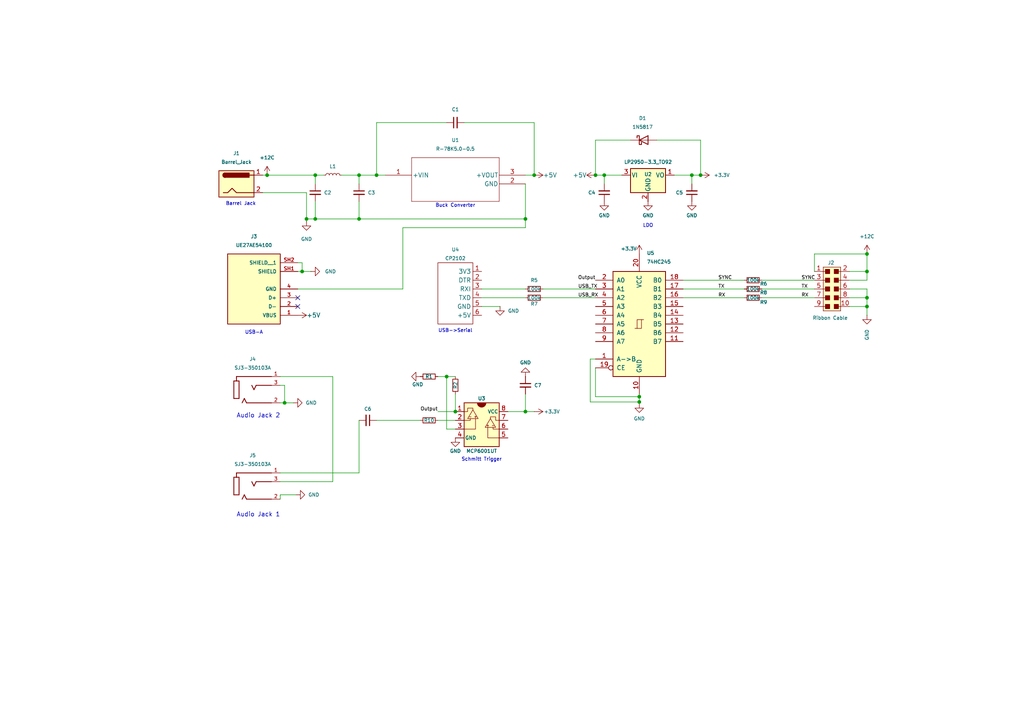
<source format=kicad_sch>
(kicad_sch
	(version 20231120)
	(generator "eeschema")
	(generator_version "8.0")
	(uuid "89389abd-816a-4939-b37f-f49007b48883")
	(paper "A4")
	(lib_symbols
		(symbol "74xx:74HC245"
			(pin_names
				(offset 1.016)
			)
			(exclude_from_sim no)
			(in_bom yes)
			(on_board yes)
			(property "Reference" "U"
				(at -7.62 16.51 0)
				(effects
					(font
						(size 1.27 1.27)
					)
				)
			)
			(property "Value" "74HC245"
				(at -7.62 -16.51 0)
				(effects
					(font
						(size 1.27 1.27)
					)
				)
			)
			(property "Footprint" ""
				(at 0 0 0)
				(effects
					(font
						(size 1.27 1.27)
					)
					(hide yes)
				)
			)
			(property "Datasheet" "http://www.ti.com/lit/gpn/sn74HC245"
				(at 0 0 0)
				(effects
					(font
						(size 1.27 1.27)
					)
					(hide yes)
				)
			)
			(property "Description" "Octal BUS Transceivers, 3-State outputs"
				(at 0 0 0)
				(effects
					(font
						(size 1.27 1.27)
					)
					(hide yes)
				)
			)
			(property "ki_locked" ""
				(at 0 0 0)
				(effects
					(font
						(size 1.27 1.27)
					)
				)
			)
			(property "ki_keywords" "HCMOS BUS 3State"
				(at 0 0 0)
				(effects
					(font
						(size 1.27 1.27)
					)
					(hide yes)
				)
			)
			(property "ki_fp_filters" "DIP?20*"
				(at 0 0 0)
				(effects
					(font
						(size 1.27 1.27)
					)
					(hide yes)
				)
			)
			(symbol "74HC245_1_0"
				(polyline
					(pts
						(xy -0.635 -1.27) (xy -0.635 1.27) (xy 0.635 1.27)
					)
					(stroke
						(width 0)
						(type default)
					)
					(fill
						(type none)
					)
				)
				(polyline
					(pts
						(xy -1.27 -1.27) (xy 0.635 -1.27) (xy 0.635 1.27) (xy 1.27 1.27)
					)
					(stroke
						(width 0)
						(type default)
					)
					(fill
						(type none)
					)
				)
				(pin input line
					(at -12.7 -10.16 0)
					(length 5.08)
					(name "A->B"
						(effects
							(font
								(size 1.27 1.27)
							)
						)
					)
					(number "1"
						(effects
							(font
								(size 1.27 1.27)
							)
						)
					)
				)
				(pin power_in line
					(at 0 -20.32 90)
					(length 5.08)
					(name "GND"
						(effects
							(font
								(size 1.27 1.27)
							)
						)
					)
					(number "10"
						(effects
							(font
								(size 1.27 1.27)
							)
						)
					)
				)
				(pin tri_state line
					(at 12.7 -5.08 180)
					(length 5.08)
					(name "B7"
						(effects
							(font
								(size 1.27 1.27)
							)
						)
					)
					(number "11"
						(effects
							(font
								(size 1.27 1.27)
							)
						)
					)
				)
				(pin tri_state line
					(at 12.7 -2.54 180)
					(length 5.08)
					(name "B6"
						(effects
							(font
								(size 1.27 1.27)
							)
						)
					)
					(number "12"
						(effects
							(font
								(size 1.27 1.27)
							)
						)
					)
				)
				(pin tri_state line
					(at 12.7 0 180)
					(length 5.08)
					(name "B5"
						(effects
							(font
								(size 1.27 1.27)
							)
						)
					)
					(number "13"
						(effects
							(font
								(size 1.27 1.27)
							)
						)
					)
				)
				(pin tri_state line
					(at 12.7 2.54 180)
					(length 5.08)
					(name "B4"
						(effects
							(font
								(size 1.27 1.27)
							)
						)
					)
					(number "14"
						(effects
							(font
								(size 1.27 1.27)
							)
						)
					)
				)
				(pin tri_state line
					(at 12.7 5.08 180)
					(length 5.08)
					(name "B3"
						(effects
							(font
								(size 1.27 1.27)
							)
						)
					)
					(number "15"
						(effects
							(font
								(size 1.27 1.27)
							)
						)
					)
				)
				(pin tri_state line
					(at 12.7 7.62 180)
					(length 5.08)
					(name "B2"
						(effects
							(font
								(size 1.27 1.27)
							)
						)
					)
					(number "16"
						(effects
							(font
								(size 1.27 1.27)
							)
						)
					)
				)
				(pin tri_state line
					(at 12.7 10.16 180)
					(length 5.08)
					(name "B1"
						(effects
							(font
								(size 1.27 1.27)
							)
						)
					)
					(number "17"
						(effects
							(font
								(size 1.27 1.27)
							)
						)
					)
				)
				(pin tri_state line
					(at 12.7 12.7 180)
					(length 5.08)
					(name "B0"
						(effects
							(font
								(size 1.27 1.27)
							)
						)
					)
					(number "18"
						(effects
							(font
								(size 1.27 1.27)
							)
						)
					)
				)
				(pin input inverted
					(at -12.7 -12.7 0)
					(length 5.08)
					(name "CE"
						(effects
							(font
								(size 1.27 1.27)
							)
						)
					)
					(number "19"
						(effects
							(font
								(size 1.27 1.27)
							)
						)
					)
				)
				(pin tri_state line
					(at -12.7 12.7 0)
					(length 5.08)
					(name "A0"
						(effects
							(font
								(size 1.27 1.27)
							)
						)
					)
					(number "2"
						(effects
							(font
								(size 1.27 1.27)
							)
						)
					)
				)
				(pin power_in line
					(at 0 20.32 270)
					(length 5.08)
					(name "VCC"
						(effects
							(font
								(size 1.27 1.27)
							)
						)
					)
					(number "20"
						(effects
							(font
								(size 1.27 1.27)
							)
						)
					)
				)
				(pin tri_state line
					(at -12.7 10.16 0)
					(length 5.08)
					(name "A1"
						(effects
							(font
								(size 1.27 1.27)
							)
						)
					)
					(number "3"
						(effects
							(font
								(size 1.27 1.27)
							)
						)
					)
				)
				(pin tri_state line
					(at -12.7 7.62 0)
					(length 5.08)
					(name "A2"
						(effects
							(font
								(size 1.27 1.27)
							)
						)
					)
					(number "4"
						(effects
							(font
								(size 1.27 1.27)
							)
						)
					)
				)
				(pin tri_state line
					(at -12.7 5.08 0)
					(length 5.08)
					(name "A3"
						(effects
							(font
								(size 1.27 1.27)
							)
						)
					)
					(number "5"
						(effects
							(font
								(size 1.27 1.27)
							)
						)
					)
				)
				(pin tri_state line
					(at -12.7 2.54 0)
					(length 5.08)
					(name "A4"
						(effects
							(font
								(size 1.27 1.27)
							)
						)
					)
					(number "6"
						(effects
							(font
								(size 1.27 1.27)
							)
						)
					)
				)
				(pin tri_state line
					(at -12.7 0 0)
					(length 5.08)
					(name "A5"
						(effects
							(font
								(size 1.27 1.27)
							)
						)
					)
					(number "7"
						(effects
							(font
								(size 1.27 1.27)
							)
						)
					)
				)
				(pin tri_state line
					(at -12.7 -2.54 0)
					(length 5.08)
					(name "A6"
						(effects
							(font
								(size 1.27 1.27)
							)
						)
					)
					(number "8"
						(effects
							(font
								(size 1.27 1.27)
							)
						)
					)
				)
				(pin tri_state line
					(at -12.7 -5.08 0)
					(length 5.08)
					(name "A7"
						(effects
							(font
								(size 1.27 1.27)
							)
						)
					)
					(number "9"
						(effects
							(font
								(size 1.27 1.27)
							)
						)
					)
				)
			)
			(symbol "74HC245_1_1"
				(rectangle
					(start -7.62 15.24)
					(end 7.62 -15.24)
					(stroke
						(width 0.254)
						(type default)
					)
					(fill
						(type background)
					)
				)
			)
		)
		(symbol "AB_symbols:CP2102"
			(exclude_from_sim no)
			(in_bom yes)
			(on_board yes)
			(property "Reference" "U"
				(at 0 8.382 0)
				(effects
					(font
						(size 1.27 1.27)
					)
				)
			)
			(property "Value" ""
				(at 0 0 0)
				(effects
					(font
						(size 1.27 1.27)
					)
				)
			)
			(property "Footprint" ""
				(at 0 0 0)
				(effects
					(font
						(size 1.27 1.27)
					)
					(hide yes)
				)
			)
			(property "Datasheet" ""
				(at 0 0 0)
				(effects
					(font
						(size 1.27 1.27)
					)
					(hide yes)
				)
			)
			(property "Description" ""
				(at 0 0 0)
				(effects
					(font
						(size 1.27 1.27)
					)
					(hide yes)
				)
			)
			(symbol "CP2102_0_1"
				(rectangle
					(start -5.08 5.08)
					(end 5.08 -12.7)
					(stroke
						(width 0)
						(type default)
					)
					(fill
						(type none)
					)
				)
			)
			(symbol "CP2102_1_1"
				(pin input line
					(at 7.62 2.54 180)
					(length 2.54)
					(name "3V3"
						(effects
							(font
								(size 1.27 1.27)
							)
						)
					)
					(number "1"
						(effects
							(font
								(size 1.27 1.27)
							)
						)
					)
				)
				(pin bidirectional line
					(at 7.62 0 180)
					(length 2.54)
					(name "DTR"
						(effects
							(font
								(size 1.27 1.27)
							)
						)
					)
					(number "2"
						(effects
							(font
								(size 1.27 1.27)
							)
						)
					)
				)
				(pin input line
					(at 7.62 -2.54 180)
					(length 2.54)
					(name "RXI"
						(effects
							(font
								(size 1.27 1.27)
							)
						)
					)
					(number "3"
						(effects
							(font
								(size 1.27 1.27)
							)
						)
					)
				)
				(pin output line
					(at 7.62 -5.08 180)
					(length 2.54)
					(name "TXD"
						(effects
							(font
								(size 1.27 1.27)
							)
						)
					)
					(number "4"
						(effects
							(font
								(size 1.27 1.27)
							)
						)
					)
				)
				(pin input line
					(at 7.62 -7.62 180)
					(length 2.54)
					(name "GND"
						(effects
							(font
								(size 1.27 1.27)
							)
						)
					)
					(number "5"
						(effects
							(font
								(size 1.27 1.27)
							)
						)
					)
				)
				(pin input line
					(at 7.62 -10.16 180)
					(length 2.54)
					(name "+5V"
						(effects
							(font
								(size 1.27 1.27)
							)
						)
					)
					(number "6"
						(effects
							(font
								(size 1.27 1.27)
							)
						)
					)
				)
			)
		)
		(symbol "Aquiot:HDR5x2-Male-P50-R50"
			(pin_names
				(offset 1.016) hide)
			(exclude_from_sim no)
			(in_bom yes)
			(on_board yes)
			(property "Reference" "J6"
				(at 5.08 4.445 0)
				(effects
					(font
						(size 1.27 1.27)
					)
				)
			)
			(property "Value" "HDR5x2-Male-P50-R50"
				(at 5.08 2.54 0)
				(effects
					(font
						(size 1.27 1.27)
					)
				)
			)
			(property "Footprint" "Connector_PinSocket_1.27mm:PinSocket_2x05_P1.27mm_Vertical"
				(at 6.35 -16.51 0)
				(effects
					(font
						(size 1.27 1.27)
					)
					(hide yes)
				)
			)
			(property "Datasheet" ""
				(at 0 -29.21 0)
				(effects
					(font
						(size 1.27 1.27)
					)
					(hide yes)
				)
			)
			(property "Description" "10 Position Header Connector 0.100\" (2.54mm) Through Hole Gold"
				(at 0 0 0)
				(effects
					(font
						(size 1.27 1.27)
					)
					(hide yes)
				)
			)
			(property "DK" "609-3712-ND"
				(at 6.35 -12.7 0)
				(effects
					(font
						(size 1.016 1.016)
					)
				)
			)
			(property "JLC" "DNP"
				(at 0 0 0)
				(effects
					(font
						(size 1.27 1.27)
					)
					(hide yes)
				)
			)
			(property "ki_keywords" "Header Connector"
				(at 0 0 0)
				(effects
					(font
						(size 1.27 1.27)
					)
					(hide yes)
				)
			)
			(symbol "HDR5x2-Male-P50-R50_0_1"
				(polyline
					(pts
						(xy 2.54 -10.16) (xy 3.175 -10.16)
					)
					(stroke
						(width 0)
						(type default)
					)
					(fill
						(type none)
					)
				)
				(polyline
					(pts
						(xy 2.54 -7.62) (xy 3.175 -7.62)
					)
					(stroke
						(width 0)
						(type default)
					)
					(fill
						(type none)
					)
				)
				(polyline
					(pts
						(xy 2.54 -5.08) (xy 3.175 -5.08)
					)
					(stroke
						(width 0)
						(type default)
					)
					(fill
						(type none)
					)
				)
				(polyline
					(pts
						(xy 2.54 -2.54) (xy 3.175 -2.54)
					)
					(stroke
						(width 0)
						(type default)
					)
					(fill
						(type none)
					)
				)
				(polyline
					(pts
						(xy 2.54 0) (xy 3.175 0)
					)
					(stroke
						(width 0)
						(type default)
					)
					(fill
						(type none)
					)
				)
				(polyline
					(pts
						(xy 7.62 -10.16) (xy 6.985 -10.16)
					)
					(stroke
						(width 0)
						(type default)
					)
					(fill
						(type none)
					)
				)
				(polyline
					(pts
						(xy 7.62 -7.62) (xy 6.985 -7.62)
					)
					(stroke
						(width 0)
						(type default)
					)
					(fill
						(type none)
					)
				)
				(polyline
					(pts
						(xy 7.62 -5.08) (xy 6.985 -5.08)
					)
					(stroke
						(width 0)
						(type default)
					)
					(fill
						(type none)
					)
				)
				(polyline
					(pts
						(xy 7.62 -2.54) (xy 6.985 -2.54)
					)
					(stroke
						(width 0)
						(type default)
					)
					(fill
						(type none)
					)
				)
				(polyline
					(pts
						(xy 7.62 0) (xy 6.985 0)
					)
					(stroke
						(width 0)
						(type default)
					)
					(fill
						(type none)
					)
				)
				(rectangle
					(start 4.445 -10.795)
					(end 3.175 -9.525)
					(stroke
						(width 0)
						(type default)
					)
					(fill
						(type outline)
					)
				)
				(rectangle
					(start 4.445 -8.255)
					(end 3.175 -6.985)
					(stroke
						(width 0)
						(type default)
					)
					(fill
						(type outline)
					)
				)
				(rectangle
					(start 4.445 -5.715)
					(end 3.175 -4.445)
					(stroke
						(width 0)
						(type default)
					)
					(fill
						(type outline)
					)
				)
				(rectangle
					(start 4.445 -3.175)
					(end 3.175 -1.905)
					(stroke
						(width 0)
						(type default)
					)
					(fill
						(type outline)
					)
				)
				(rectangle
					(start 4.445 -0.635)
					(end 3.175 0.635)
					(stroke
						(width 0)
						(type default)
					)
					(fill
						(type outline)
					)
				)
				(rectangle
					(start 7.62 1.27)
					(end 2.54 -11.43)
					(stroke
						(width 0)
						(type default)
					)
					(fill
						(type background)
					)
				)
			)
			(symbol "HDR5x2-Male-P50-R50_1_1"
				(rectangle
					(start 6.985 -10.795)
					(end 5.715 -9.525)
					(stroke
						(width 0)
						(type default)
					)
					(fill
						(type outline)
					)
				)
				(rectangle
					(start 6.985 -8.255)
					(end 5.715 -6.985)
					(stroke
						(width 0)
						(type default)
					)
					(fill
						(type outline)
					)
				)
				(rectangle
					(start 6.985 -5.715)
					(end 5.715 -4.445)
					(stroke
						(width 0)
						(type default)
					)
					(fill
						(type outline)
					)
				)
				(rectangle
					(start 6.985 -3.175)
					(end 5.715 -1.905)
					(stroke
						(width 0)
						(type default)
					)
					(fill
						(type outline)
					)
				)
				(rectangle
					(start 6.985 -0.635)
					(end 5.715 0.635)
					(stroke
						(width 0)
						(type default)
					)
					(fill
						(type outline)
					)
				)
				(pin passive line
					(at 0 0 0)
					(length 2.54)
					(name "1"
						(effects
							(font
								(size 1.27 1.27)
							)
						)
					)
					(number "1"
						(effects
							(font
								(size 1.27 1.27)
							)
						)
					)
				)
				(pin passive line
					(at 10.16 -10.16 180)
					(length 2.54)
					(name "10"
						(effects
							(font
								(size 1.27 1.27)
							)
						)
					)
					(number "10"
						(effects
							(font
								(size 1.27 1.27)
							)
						)
					)
				)
				(pin passive line
					(at 10.16 0 180)
					(length 2.54)
					(name "2"
						(effects
							(font
								(size 1.27 1.27)
							)
						)
					)
					(number "2"
						(effects
							(font
								(size 1.27 1.27)
							)
						)
					)
				)
				(pin passive line
					(at 0 -2.54 0)
					(length 2.54)
					(name "3"
						(effects
							(font
								(size 1.27 1.27)
							)
						)
					)
					(number "3"
						(effects
							(font
								(size 1.27 1.27)
							)
						)
					)
				)
				(pin passive line
					(at 10.16 -2.54 180)
					(length 2.54)
					(name "4"
						(effects
							(font
								(size 1.27 1.27)
							)
						)
					)
					(number "4"
						(effects
							(font
								(size 1.27 1.27)
							)
						)
					)
				)
				(pin passive line
					(at 0 -5.08 0)
					(length 2.54)
					(name "5"
						(effects
							(font
								(size 1.27 1.27)
							)
						)
					)
					(number "5"
						(effects
							(font
								(size 1.27 1.27)
							)
						)
					)
				)
				(pin passive line
					(at 10.16 -5.08 180)
					(length 2.54)
					(name "6"
						(effects
							(font
								(size 1.27 1.27)
							)
						)
					)
					(number "6"
						(effects
							(font
								(size 1.27 1.27)
							)
						)
					)
				)
				(pin passive line
					(at 0 -7.62 0)
					(length 2.54)
					(name "7"
						(effects
							(font
								(size 1.27 1.27)
							)
						)
					)
					(number "7"
						(effects
							(font
								(size 1.27 1.27)
							)
						)
					)
				)
				(pin passive line
					(at 10.16 -7.62 180)
					(length 2.54)
					(name "8"
						(effects
							(font
								(size 1.27 1.27)
							)
						)
					)
					(number "8"
						(effects
							(font
								(size 1.27 1.27)
							)
						)
					)
				)
				(pin passive line
					(at 0 -10.16 0)
					(length 2.54)
					(name "9"
						(effects
							(font
								(size 1.27 1.27)
							)
						)
					)
					(number "9"
						(effects
							(font
								(size 1.27 1.27)
							)
						)
					)
				)
			)
		)
		(symbol "Aquiot:MCP6002"
			(pin_names
				(offset 0.254)
			)
			(exclude_from_sim no)
			(in_bom yes)
			(on_board yes)
			(property "Reference" "U"
				(at 0 3.81 0)
				(effects
					(font
						(size 1.27 1.27)
					)
				)
			)
			(property "Value" "MCP6002"
				(at 0 -11.43 0)
				(effects
					(font
						(size 1.27 1.27)
					)
				)
			)
			(property "Footprint" "Package_SO:SOIC-8_3.9x4.9mm_P1.27mm"
				(at 0 -16.51 0)
				(effects
					(font
						(size 1.27 1.27)
					)
					(hide yes)
				)
			)
			(property "Datasheet" "https://ww1.microchip.com/downloads/en/DeviceDoc/MCP6001-1R-1U-2-4-1-MHz-Low-Power-Op-Amp-DS20001733L.pdf"
				(at 0 -2.54 0)
				(effects
					(font
						(size 1.27 1.27)
					)
					(hide yes)
				)
			)
			(property "Description" "Dual Operational Amplifiers, Rail-to-Rail, 8-SOIC"
				(at 0 0 0)
				(effects
					(font
						(size 1.27 1.27)
					)
					(hide yes)
				)
			)
			(property "DK" "MCP6002T-E/SNCT-ND"
				(at 0 -13.97 0)
				(effects
					(font
						(size 1.27 1.27)
					)
				)
			)
			(property "ki_keywords" "dual opamp"
				(at 0 0 0)
				(effects
					(font
						(size 1.27 1.27)
					)
					(hide yes)
				)
			)
			(property "ki_fp_filters" "DIP*W7.62mm* SOIC*3.9x4.9mm* TSSOP*4.4x3mm*P0.65mm* DFN*3x2mm*P0.5mm*"
				(at 0 0 0)
				(effects
					(font
						(size 1.27 1.27)
					)
					(hide yes)
				)
			)
			(symbol "MCP6002_0_1"
				(arc
					(start -1.27 2.54)
					(mid 0 1.2755)
					(end 1.27 2.54)
					(stroke
						(width 0)
						(type default)
					)
					(fill
						(type outline)
					)
				)
				(polyline
					(pts
						(xy -3.556 -1.524) (xy -3.048 -1.524)
					)
					(stroke
						(width 0)
						(type default)
					)
					(fill
						(type none)
					)
				)
				(polyline
					(pts
						(xy -2.032 -1.524) (xy -1.524 -1.524)
					)
					(stroke
						(width 0)
						(type default)
					)
					(fill
						(type none)
					)
				)
				(polyline
					(pts
						(xy -1.778 -1.778) (xy -1.778 -1.27)
					)
					(stroke
						(width 0)
						(type default)
					)
					(fill
						(type none)
					)
				)
				(polyline
					(pts
						(xy -5.08 -2.54) (xy -3.302 -2.54) (xy -3.302 -2.032)
					)
					(stroke
						(width 0)
						(type default)
					)
					(fill
						(type none)
					)
				)
				(polyline
					(pts
						(xy -1.778 -2.032) (xy -1.778 -5.08) (xy -5.08 -5.08)
					)
					(stroke
						(width 0)
						(type default)
					)
					(fill
						(type none)
					)
				)
				(polyline
					(pts
						(xy -2.54 0.508) (xy -4.064 -2.032) (xy -1.016 -2.032) (xy -2.54 0.508)
					)
					(stroke
						(width 0)
						(type default)
					)
					(fill
						(type none)
					)
				)
				(polyline
					(pts
						(xy -2.54 0.508) (xy -2.54 1.016) (xy -4.064 1.016) (xy -4.064 0) (xy -5.08 0)
					)
					(stroke
						(width 0)
						(type default)
					)
					(fill
						(type none)
					)
				)
			)
			(symbol "MCP6002_1_1"
				(rectangle
					(start -5.08 2.54)
					(end 5.08 -10.16)
					(stroke
						(width 0.254)
						(type default)
					)
					(fill
						(type background)
					)
				)
				(polyline
					(pts
						(xy 1.778 -4.318) (xy 1.778 -3.81)
					)
					(stroke
						(width 0)
						(type default)
					)
					(fill
						(type none)
					)
				)
				(polyline
					(pts
						(xy 2.032 -4.064) (xy 1.524 -4.064)
					)
					(stroke
						(width 0)
						(type default)
					)
					(fill
						(type none)
					)
				)
				(polyline
					(pts
						(xy 3.556 -4.064) (xy 3.048 -4.064)
					)
					(stroke
						(width 0)
						(type default)
					)
					(fill
						(type none)
					)
				)
				(polyline
					(pts
						(xy 1.778 -4.572) (xy 1.778 -7.62) (xy 5.08 -7.62)
					)
					(stroke
						(width 0)
						(type default)
					)
					(fill
						(type none)
					)
				)
				(polyline
					(pts
						(xy 5.08 -5.08) (xy 3.302 -5.08) (xy 3.302 -4.572)
					)
					(stroke
						(width 0)
						(type default)
					)
					(fill
						(type none)
					)
				)
				(polyline
					(pts
						(xy 2.54 -2.032) (xy 4.064 -4.572) (xy 1.016 -4.572) (xy 2.54 -2.032)
					)
					(stroke
						(width 0)
						(type default)
					)
					(fill
						(type none)
					)
				)
				(polyline
					(pts
						(xy 2.54 -2.032) (xy 2.54 -1.524) (xy 4.064 -1.524) (xy 4.064 -2.54) (xy 5.08 -2.54)
					)
					(stroke
						(width 0)
						(type default)
					)
					(fill
						(type none)
					)
				)
				(pin passive line
					(at -7.62 0 0)
					(length 2.54)
					(name "AO"
						(effects
							(font
								(size 0 0)
							)
						)
					)
					(number "1"
						(effects
							(font
								(size 1.27 1.27)
							)
						)
					)
				)
				(pin passive line
					(at -7.62 -2.54 0)
					(length 2.54)
					(name "A-"
						(effects
							(font
								(size 0 0)
							)
						)
					)
					(number "2"
						(effects
							(font
								(size 1.27 1.27)
							)
						)
					)
				)
				(pin passive line
					(at -7.62 -5.08 0)
					(length 2.54)
					(name "A+"
						(effects
							(font
								(size 0 0)
							)
						)
					)
					(number "3"
						(effects
							(font
								(size 1.27 1.27)
							)
						)
					)
				)
				(pin power_in line
					(at -7.62 -7.62 0)
					(length 2.54)
					(name "GND"
						(effects
							(font
								(size 1.016 1.016)
							)
						)
					)
					(number "4"
						(effects
							(font
								(size 1.27 1.27)
							)
						)
					)
				)
				(pin passive line
					(at 7.62 -7.62 180)
					(length 2.54)
					(name "B+"
						(effects
							(font
								(size 0 0)
							)
						)
					)
					(number "5"
						(effects
							(font
								(size 1.27 1.27)
							)
						)
					)
				)
				(pin passive line
					(at 7.62 -5.08 180)
					(length 2.54)
					(name "B-"
						(effects
							(font
								(size 0 0)
							)
						)
					)
					(number "6"
						(effects
							(font
								(size 1.27 1.27)
							)
						)
					)
				)
				(pin passive line
					(at 7.62 -2.54 180)
					(length 2.54)
					(name "BO"
						(effects
							(font
								(size 0 0)
							)
						)
					)
					(number "7"
						(effects
							(font
								(size 1.27 1.27)
							)
						)
					)
				)
				(pin power_in line
					(at 7.62 0 180)
					(length 2.54)
					(name "VCC"
						(effects
							(font
								(size 1.016 1.016)
							)
						)
					)
					(number "8"
						(effects
							(font
								(size 1.27 1.27)
							)
						)
					)
				)
			)
		)
		(symbol "Connector:Barrel_Jack"
			(pin_names
				(offset 1.016)
			)
			(exclude_from_sim no)
			(in_bom yes)
			(on_board yes)
			(property "Reference" "J"
				(at 0 5.334 0)
				(effects
					(font
						(size 1.27 1.27)
					)
				)
			)
			(property "Value" "Barrel_Jack"
				(at 0 -5.08 0)
				(effects
					(font
						(size 1.27 1.27)
					)
				)
			)
			(property "Footprint" ""
				(at 1.27 -1.016 0)
				(effects
					(font
						(size 1.27 1.27)
					)
					(hide yes)
				)
			)
			(property "Datasheet" "~"
				(at 1.27 -1.016 0)
				(effects
					(font
						(size 1.27 1.27)
					)
					(hide yes)
				)
			)
			(property "Description" "DC Barrel Jack"
				(at 0 0 0)
				(effects
					(font
						(size 1.27 1.27)
					)
					(hide yes)
				)
			)
			(property "ki_keywords" "DC power barrel jack connector"
				(at 0 0 0)
				(effects
					(font
						(size 1.27 1.27)
					)
					(hide yes)
				)
			)
			(property "ki_fp_filters" "BarrelJack*"
				(at 0 0 0)
				(effects
					(font
						(size 1.27 1.27)
					)
					(hide yes)
				)
			)
			(symbol "Barrel_Jack_0_1"
				(rectangle
					(start -5.08 3.81)
					(end 5.08 -3.81)
					(stroke
						(width 0.254)
						(type default)
					)
					(fill
						(type background)
					)
				)
				(arc
					(start -3.302 3.175)
					(mid -3.9343 2.54)
					(end -3.302 1.905)
					(stroke
						(width 0.254)
						(type default)
					)
					(fill
						(type none)
					)
				)
				(arc
					(start -3.302 3.175)
					(mid -3.9343 2.54)
					(end -3.302 1.905)
					(stroke
						(width 0.254)
						(type default)
					)
					(fill
						(type outline)
					)
				)
				(polyline
					(pts
						(xy 5.08 2.54) (xy 3.81 2.54)
					)
					(stroke
						(width 0.254)
						(type default)
					)
					(fill
						(type none)
					)
				)
				(polyline
					(pts
						(xy -3.81 -2.54) (xy -2.54 -2.54) (xy -1.27 -1.27) (xy 0 -2.54) (xy 2.54 -2.54) (xy 5.08 -2.54)
					)
					(stroke
						(width 0.254)
						(type default)
					)
					(fill
						(type none)
					)
				)
				(rectangle
					(start 3.683 3.175)
					(end -3.302 1.905)
					(stroke
						(width 0.254)
						(type default)
					)
					(fill
						(type outline)
					)
				)
			)
			(symbol "Barrel_Jack_1_1"
				(pin passive line
					(at 7.62 2.54 180)
					(length 2.54)
					(name "~"
						(effects
							(font
								(size 1.27 1.27)
							)
						)
					)
					(number "1"
						(effects
							(font
								(size 1.27 1.27)
							)
						)
					)
				)
				(pin passive line
					(at 7.62 -2.54 180)
					(length 2.54)
					(name "~"
						(effects
							(font
								(size 1.27 1.27)
							)
						)
					)
					(number "2"
						(effects
							(font
								(size 1.27 1.27)
							)
						)
					)
				)
			)
		)
		(symbol "Device:C_Small"
			(pin_numbers hide)
			(pin_names
				(offset 0.254) hide)
			(exclude_from_sim no)
			(in_bom yes)
			(on_board yes)
			(property "Reference" "C"
				(at 0.254 1.778 0)
				(effects
					(font
						(size 1.27 1.27)
					)
					(justify left)
				)
			)
			(property "Value" "C_Small"
				(at 0.254 -2.032 0)
				(effects
					(font
						(size 1.27 1.27)
					)
					(justify left)
				)
			)
			(property "Footprint" ""
				(at 0 0 0)
				(effects
					(font
						(size 1.27 1.27)
					)
					(hide yes)
				)
			)
			(property "Datasheet" "~"
				(at 0 0 0)
				(effects
					(font
						(size 1.27 1.27)
					)
					(hide yes)
				)
			)
			(property "Description" "Unpolarized capacitor, small symbol"
				(at 0 0 0)
				(effects
					(font
						(size 1.27 1.27)
					)
					(hide yes)
				)
			)
			(property "ki_keywords" "capacitor cap"
				(at 0 0 0)
				(effects
					(font
						(size 1.27 1.27)
					)
					(hide yes)
				)
			)
			(property "ki_fp_filters" "C_*"
				(at 0 0 0)
				(effects
					(font
						(size 1.27 1.27)
					)
					(hide yes)
				)
			)
			(symbol "C_Small_0_1"
				(polyline
					(pts
						(xy -1.524 -0.508) (xy 1.524 -0.508)
					)
					(stroke
						(width 0.3302)
						(type default)
					)
					(fill
						(type none)
					)
				)
				(polyline
					(pts
						(xy -1.524 0.508) (xy 1.524 0.508)
					)
					(stroke
						(width 0.3048)
						(type default)
					)
					(fill
						(type none)
					)
				)
			)
			(symbol "C_Small_1_1"
				(pin passive line
					(at 0 2.54 270)
					(length 2.032)
					(name "~"
						(effects
							(font
								(size 1.27 1.27)
							)
						)
					)
					(number "1"
						(effects
							(font
								(size 1.27 1.27)
							)
						)
					)
				)
				(pin passive line
					(at 0 -2.54 90)
					(length 2.032)
					(name "~"
						(effects
							(font
								(size 1.27 1.27)
							)
						)
					)
					(number "2"
						(effects
							(font
								(size 1.27 1.27)
							)
						)
					)
				)
			)
		)
		(symbol "Device:L_Small"
			(pin_numbers hide)
			(pin_names
				(offset 0.254) hide)
			(exclude_from_sim no)
			(in_bom yes)
			(on_board yes)
			(property "Reference" "L"
				(at 0.762 1.016 0)
				(effects
					(font
						(size 1.27 1.27)
					)
					(justify left)
				)
			)
			(property "Value" "L_Small"
				(at 0.762 -1.016 0)
				(effects
					(font
						(size 1.27 1.27)
					)
					(justify left)
				)
			)
			(property "Footprint" ""
				(at 0 0 0)
				(effects
					(font
						(size 1.27 1.27)
					)
					(hide yes)
				)
			)
			(property "Datasheet" "~"
				(at 0 0 0)
				(effects
					(font
						(size 1.27 1.27)
					)
					(hide yes)
				)
			)
			(property "Description" "Inductor, small symbol"
				(at 0 0 0)
				(effects
					(font
						(size 1.27 1.27)
					)
					(hide yes)
				)
			)
			(property "ki_keywords" "inductor choke coil reactor magnetic"
				(at 0 0 0)
				(effects
					(font
						(size 1.27 1.27)
					)
					(hide yes)
				)
			)
			(property "ki_fp_filters" "Choke_* *Coil* Inductor_* L_*"
				(at 0 0 0)
				(effects
					(font
						(size 1.27 1.27)
					)
					(hide yes)
				)
			)
			(symbol "L_Small_0_1"
				(arc
					(start 0 -2.032)
					(mid 0.5058 -1.524)
					(end 0 -1.016)
					(stroke
						(width 0)
						(type default)
					)
					(fill
						(type none)
					)
				)
				(arc
					(start 0 -1.016)
					(mid 0.5058 -0.508)
					(end 0 0)
					(stroke
						(width 0)
						(type default)
					)
					(fill
						(type none)
					)
				)
				(arc
					(start 0 0)
					(mid 0.5058 0.508)
					(end 0 1.016)
					(stroke
						(width 0)
						(type default)
					)
					(fill
						(type none)
					)
				)
				(arc
					(start 0 1.016)
					(mid 0.5058 1.524)
					(end 0 2.032)
					(stroke
						(width 0)
						(type default)
					)
					(fill
						(type none)
					)
				)
			)
			(symbol "L_Small_1_1"
				(pin passive line
					(at 0 2.54 270)
					(length 0.508)
					(name "~"
						(effects
							(font
								(size 1.27 1.27)
							)
						)
					)
					(number "1"
						(effects
							(font
								(size 1.27 1.27)
							)
						)
					)
				)
				(pin passive line
					(at 0 -2.54 90)
					(length 0.508)
					(name "~"
						(effects
							(font
								(size 1.27 1.27)
							)
						)
					)
					(number "2"
						(effects
							(font
								(size 1.27 1.27)
							)
						)
					)
				)
			)
		)
		(symbol "Device:R_Small"
			(pin_numbers hide)
			(pin_names
				(offset 0.254) hide)
			(exclude_from_sim no)
			(in_bom yes)
			(on_board yes)
			(property "Reference" "R"
				(at 0.762 0.508 0)
				(effects
					(font
						(size 1.27 1.27)
					)
					(justify left)
				)
			)
			(property "Value" "R_Small"
				(at 0.762 -1.016 0)
				(effects
					(font
						(size 1.27 1.27)
					)
					(justify left)
				)
			)
			(property "Footprint" ""
				(at 0 0 0)
				(effects
					(font
						(size 1.27 1.27)
					)
					(hide yes)
				)
			)
			(property "Datasheet" "~"
				(at 0 0 0)
				(effects
					(font
						(size 1.27 1.27)
					)
					(hide yes)
				)
			)
			(property "Description" "Resistor, small symbol"
				(at 0 0 0)
				(effects
					(font
						(size 1.27 1.27)
					)
					(hide yes)
				)
			)
			(property "ki_keywords" "R resistor"
				(at 0 0 0)
				(effects
					(font
						(size 1.27 1.27)
					)
					(hide yes)
				)
			)
			(property "ki_fp_filters" "R_*"
				(at 0 0 0)
				(effects
					(font
						(size 1.27 1.27)
					)
					(hide yes)
				)
			)
			(symbol "R_Small_0_1"
				(rectangle
					(start -0.762 1.778)
					(end 0.762 -1.778)
					(stroke
						(width 0.2032)
						(type default)
					)
					(fill
						(type none)
					)
				)
			)
			(symbol "R_Small_1_1"
				(pin passive line
					(at 0 2.54 270)
					(length 0.762)
					(name "~"
						(effects
							(font
								(size 1.27 1.27)
							)
						)
					)
					(number "1"
						(effects
							(font
								(size 1.27 1.27)
							)
						)
					)
				)
				(pin passive line
					(at 0 -2.54 90)
					(length 0.762)
					(name "~"
						(effects
							(font
								(size 1.27 1.27)
							)
						)
					)
					(number "2"
						(effects
							(font
								(size 1.27 1.27)
							)
						)
					)
				)
			)
		)
		(symbol "Diode:1N5817"
			(pin_numbers hide)
			(pin_names
				(offset 1.016) hide)
			(exclude_from_sim no)
			(in_bom yes)
			(on_board yes)
			(property "Reference" "D"
				(at 0 2.54 0)
				(effects
					(font
						(size 1.27 1.27)
					)
				)
			)
			(property "Value" "1N5817"
				(at 0 -2.54 0)
				(effects
					(font
						(size 1.27 1.27)
					)
				)
			)
			(property "Footprint" "Diode_THT:D_DO-41_SOD81_P10.16mm_Horizontal"
				(at 0 -4.445 0)
				(effects
					(font
						(size 1.27 1.27)
					)
					(hide yes)
				)
			)
			(property "Datasheet" "http://www.vishay.com/docs/88525/1n5817.pdf"
				(at 0 0 0)
				(effects
					(font
						(size 1.27 1.27)
					)
					(hide yes)
				)
			)
			(property "Description" "20V 1A Schottky Barrier Rectifier Diode, DO-41"
				(at 0 0 0)
				(effects
					(font
						(size 1.27 1.27)
					)
					(hide yes)
				)
			)
			(property "ki_keywords" "diode Schottky"
				(at 0 0 0)
				(effects
					(font
						(size 1.27 1.27)
					)
					(hide yes)
				)
			)
			(property "ki_fp_filters" "D*DO?41*"
				(at 0 0 0)
				(effects
					(font
						(size 1.27 1.27)
					)
					(hide yes)
				)
			)
			(symbol "1N5817_0_1"
				(polyline
					(pts
						(xy 1.27 0) (xy -1.27 0)
					)
					(stroke
						(width 0)
						(type default)
					)
					(fill
						(type none)
					)
				)
				(polyline
					(pts
						(xy 1.27 1.27) (xy 1.27 -1.27) (xy -1.27 0) (xy 1.27 1.27)
					)
					(stroke
						(width 0.254)
						(type default)
					)
					(fill
						(type none)
					)
				)
				(polyline
					(pts
						(xy -1.905 0.635) (xy -1.905 1.27) (xy -1.27 1.27) (xy -1.27 -1.27) (xy -0.635 -1.27) (xy -0.635 -0.635)
					)
					(stroke
						(width 0.254)
						(type default)
					)
					(fill
						(type none)
					)
				)
			)
			(symbol "1N5817_1_1"
				(pin passive line
					(at -3.81 0 0)
					(length 2.54)
					(name "K"
						(effects
							(font
								(size 1.27 1.27)
							)
						)
					)
					(number "1"
						(effects
							(font
								(size 1.27 1.27)
							)
						)
					)
				)
				(pin passive line
					(at 3.81 0 180)
					(length 2.54)
					(name "A"
						(effects
							(font
								(size 1.27 1.27)
							)
						)
					)
					(number "2"
						(effects
							(font
								(size 1.27 1.27)
							)
						)
					)
				)
			)
		)
		(symbol "R-75K5:R-78K5.0-0.5"
			(pin_names
				(offset 0.254)
			)
			(exclude_from_sim no)
			(in_bom yes)
			(on_board yes)
			(property "Reference" "U"
				(at 20.32 10.16 0)
				(effects
					(font
						(size 1.524 1.524)
					)
				)
			)
			(property "Value" "R-78K5.0-0.5"
				(at 20.32 7.62 0)
				(effects
					(font
						(size 1.524 1.524)
					)
				)
			)
			(property "Footprint" "SIP3_R-78K-0.5_RCP"
				(at 0 0 0)
				(effects
					(font
						(size 1.27 1.27)
						(italic yes)
					)
					(hide yes)
				)
			)
			(property "Datasheet" "R-78K5.0-0.5"
				(at 0 0 0)
				(effects
					(font
						(size 1.27 1.27)
						(italic yes)
					)
					(hide yes)
				)
			)
			(property "Description" ""
				(at 0 0 0)
				(effects
					(font
						(size 1.27 1.27)
					)
					(hide yes)
				)
			)
			(property "ki_locked" ""
				(at 0 0 0)
				(effects
					(font
						(size 1.27 1.27)
					)
				)
			)
			(property "ki_keywords" "R-78K5.0-0.5"
				(at 0 0 0)
				(effects
					(font
						(size 1.27 1.27)
					)
					(hide yes)
				)
			)
			(property "ki_fp_filters" "SIP3_R-78K-0.5_RCP"
				(at 0 0 0)
				(effects
					(font
						(size 1.27 1.27)
					)
					(hide yes)
				)
			)
			(symbol "R-78K5.0-0.5_0_1"
				(polyline
					(pts
						(xy 7.62 -7.62) (xy 33.02 -7.62)
					)
					(stroke
						(width 0.127)
						(type default)
					)
					(fill
						(type none)
					)
				)
				(polyline
					(pts
						(xy 7.62 5.08) (xy 7.62 -7.62)
					)
					(stroke
						(width 0.127)
						(type default)
					)
					(fill
						(type none)
					)
				)
				(polyline
					(pts
						(xy 33.02 -7.62) (xy 33.02 5.08)
					)
					(stroke
						(width 0.127)
						(type default)
					)
					(fill
						(type none)
					)
				)
				(polyline
					(pts
						(xy 33.02 5.08) (xy 7.62 5.08)
					)
					(stroke
						(width 0.127)
						(type default)
					)
					(fill
						(type none)
					)
				)
				(pin power_in line
					(at 0 0 0)
					(length 7.62)
					(name "+VIN"
						(effects
							(font
								(size 1.27 1.27)
							)
						)
					)
					(number "1"
						(effects
							(font
								(size 1.27 1.27)
							)
						)
					)
				)
				(pin power_out line
					(at 40.64 -2.54 180)
					(length 7.62)
					(name "GND"
						(effects
							(font
								(size 1.27 1.27)
							)
						)
					)
					(number "2"
						(effects
							(font
								(size 1.27 1.27)
							)
						)
					)
				)
				(pin output line
					(at 40.64 0 180)
					(length 7.62)
					(name "+VOUT"
						(effects
							(font
								(size 1.27 1.27)
							)
						)
					)
					(number "3"
						(effects
							(font
								(size 1.27 1.27)
							)
						)
					)
				)
			)
		)
		(symbol "Regulator_Linear:LP2950-3.3_TO92"
			(pin_names
				(offset 0.254)
			)
			(exclude_from_sim no)
			(in_bom yes)
			(on_board yes)
			(property "Reference" "U"
				(at -3.81 3.175 0)
				(effects
					(font
						(size 1.27 1.27)
					)
				)
			)
			(property "Value" "LP2950-3.3_TO92"
				(at 0 3.175 0)
				(effects
					(font
						(size 1.27 1.27)
					)
					(justify left)
				)
			)
			(property "Footprint" "Package_TO_SOT_THT:TO-92_Inline"
				(at 0 5.715 0)
				(effects
					(font
						(size 1.27 1.27)
						(italic yes)
					)
					(hide yes)
				)
			)
			(property "Datasheet" "http://www.ti.com/lit/ds/symlink/lp2950.pdf"
				(at 0 -1.27 0)
				(effects
					(font
						(size 1.27 1.27)
					)
					(hide yes)
				)
			)
			(property "Description" "Positive 100mA 30V Linear Micropower Voltage Regulator, Fixed Output 3.3V, TO-92"
				(at 0 0 0)
				(effects
					(font
						(size 1.27 1.27)
					)
					(hide yes)
				)
			)
			(property "ki_keywords" "Micropower Voltage Regulator 100mA Positive"
				(at 0 0 0)
				(effects
					(font
						(size 1.27 1.27)
					)
					(hide yes)
				)
			)
			(property "ki_fp_filters" "TO?92*"
				(at 0 0 0)
				(effects
					(font
						(size 1.27 1.27)
					)
					(hide yes)
				)
			)
			(symbol "LP2950-3.3_TO92_0_1"
				(rectangle
					(start -5.08 -5.08)
					(end 5.08 1.905)
					(stroke
						(width 0.254)
						(type default)
					)
					(fill
						(type background)
					)
				)
			)
			(symbol "LP2950-3.3_TO92_1_1"
				(pin power_out line
					(at 7.62 0 180)
					(length 2.54)
					(name "VO"
						(effects
							(font
								(size 1.27 1.27)
							)
						)
					)
					(number "1"
						(effects
							(font
								(size 1.27 1.27)
							)
						)
					)
				)
				(pin power_in line
					(at 0 -7.62 90)
					(length 2.54)
					(name "GND"
						(effects
							(font
								(size 1.27 1.27)
							)
						)
					)
					(number "2"
						(effects
							(font
								(size 1.27 1.27)
							)
						)
					)
				)
				(pin power_in line
					(at -7.62 0 0)
					(length 2.54)
					(name "VI"
						(effects
							(font
								(size 1.27 1.27)
							)
						)
					)
					(number "3"
						(effects
							(font
								(size 1.27 1.27)
							)
						)
					)
				)
			)
		)
		(symbol "SJ3-350103A:SJ3-350103A"
			(pin_names
				(offset 1.016)
			)
			(exclude_from_sim no)
			(in_bom yes)
			(on_board yes)
			(property "Reference" "J"
				(at -7.7005 3.3556 0)
				(effects
					(font
						(size 1.27 1.27)
					)
					(justify left bottom)
				)
			)
			(property "Value" "SJ3-350103A"
				(at -7.6873 -7.6665 0)
				(effects
					(font
						(size 1.27 1.27)
					)
					(justify left bottom)
				)
			)
			(property "Footprint" "SJ3-350103A:SAMESKY_SJ3-350103A"
				(at 0 0 0)
				(effects
					(font
						(size 1.27 1.27)
					)
					(justify bottom)
					(hide yes)
				)
			)
			(property "Datasheet" ""
				(at 0 0 0)
				(effects
					(font
						(size 1.27 1.27)
					)
					(hide yes)
				)
			)
			(property "Description" ""
				(at 0 0 0)
				(effects
					(font
						(size 1.27 1.27)
					)
					(hide yes)
				)
			)
			(property "PARTREV" "1.01"
				(at 0 0 0)
				(effects
					(font
						(size 1.27 1.27)
					)
					(justify bottom)
					(hide yes)
				)
			)
			(property "STANDARD" "Manufacturer Recommendations"
				(at 0 0 0)
				(effects
					(font
						(size 1.27 1.27)
					)
					(justify bottom)
					(hide yes)
				)
			)
			(property "MAXIMUM_PACKAGE_HEIGHT" "14.75mm"
				(at 0 0 0)
				(effects
					(font
						(size 1.27 1.27)
					)
					(justify bottom)
					(hide yes)
				)
			)
			(property "MANUFACTURER" "Same SKy"
				(at 0 0 0)
				(effects
					(font
						(size 1.27 1.27)
					)
					(justify bottom)
					(hide yes)
				)
			)
			(symbol "SJ3-350103A_0_0"
				(polyline
					(pts
						(xy -5.842 -3.81) (xy -5.842 1.27)
					)
					(stroke
						(width 0.254)
						(type default)
					)
					(fill
						(type none)
					)
				)
				(polyline
					(pts
						(xy -5.842 1.27) (xy -5.08 1.27)
					)
					(stroke
						(width 0.254)
						(type default)
					)
					(fill
						(type none)
					)
				)
				(polyline
					(pts
						(xy -5.08 1.27) (xy -4.318 1.27)
					)
					(stroke
						(width 0.254)
						(type default)
					)
					(fill
						(type none)
					)
				)
				(polyline
					(pts
						(xy -5.08 2.54) (xy -5.08 1.27)
					)
					(stroke
						(width 0.254)
						(type default)
					)
					(fill
						(type none)
					)
				)
				(polyline
					(pts
						(xy -4.318 -3.81) (xy -5.842 -3.81)
					)
					(stroke
						(width 0.254)
						(type default)
					)
					(fill
						(type none)
					)
				)
				(polyline
					(pts
						(xy -4.318 1.27) (xy -4.318 -3.81)
					)
					(stroke
						(width 0.254)
						(type default)
					)
					(fill
						(type none)
					)
				)
				(polyline
					(pts
						(xy -2.794 -3.81) (xy -3.429 -5.08)
					)
					(stroke
						(width 0.254)
						(type default)
					)
					(fill
						(type none)
					)
				)
				(polyline
					(pts
						(xy -2.159 -5.08) (xy -2.794 -3.81)
					)
					(stroke
						(width 0.254)
						(type default)
					)
					(fill
						(type none)
					)
				)
				(polyline
					(pts
						(xy -2.159 -5.08) (xy 5.08 -5.08)
					)
					(stroke
						(width 0.254)
						(type default)
					)
					(fill
						(type none)
					)
				)
				(polyline
					(pts
						(xy 0 -1.27) (xy -0.635 0)
					)
					(stroke
						(width 0.254)
						(type default)
					)
					(fill
						(type none)
					)
				)
				(polyline
					(pts
						(xy 0.635 0) (xy 0 -1.27)
					)
					(stroke
						(width 0.254)
						(type default)
					)
					(fill
						(type none)
					)
				)
				(polyline
					(pts
						(xy 5.08 0) (xy 0.635 0)
					)
					(stroke
						(width 0.254)
						(type default)
					)
					(fill
						(type none)
					)
				)
				(polyline
					(pts
						(xy 5.08 2.54) (xy -5.08 2.54)
					)
					(stroke
						(width 0.254)
						(type default)
					)
					(fill
						(type none)
					)
				)
				(pin passive line
					(at 7.62 2.54 180)
					(length 2.54)
					(name "~"
						(effects
							(font
								(size 1.016 1.016)
							)
						)
					)
					(number "1"
						(effects
							(font
								(size 1.016 1.016)
							)
						)
					)
				)
				(pin passive line
					(at 7.62 -5.08 180)
					(length 2.54)
					(name "~"
						(effects
							(font
								(size 1.016 1.016)
							)
						)
					)
					(number "2"
						(effects
							(font
								(size 1.016 1.016)
							)
						)
					)
				)
				(pin passive line
					(at 7.62 0 180)
					(length 2.54)
					(name "~"
						(effects
							(font
								(size 1.016 1.016)
							)
						)
					)
					(number "3"
						(effects
							(font
								(size 1.016 1.016)
							)
						)
					)
				)
			)
		)
		(symbol "UE27AE54100:UE27AE54100"
			(pin_names
				(offset 1.016)
			)
			(exclude_from_sim no)
			(in_bom yes)
			(on_board yes)
			(property "Reference" "J"
				(at -7.62 8.382 0)
				(effects
					(font
						(size 1.27 1.27)
					)
					(justify left bottom)
				)
			)
			(property "Value" "UE27AE54100"
				(at -7.62 -15.24 0)
				(effects
					(font
						(size 1.27 1.27)
					)
					(justify left bottom)
				)
			)
			(property "Footprint" "UE27AE54100:AMPHENOL_UE27AE54100"
				(at 0 0 0)
				(effects
					(font
						(size 1.27 1.27)
					)
					(justify bottom)
					(hide yes)
				)
			)
			(property "Datasheet" ""
				(at 0 0 0)
				(effects
					(font
						(size 1.27 1.27)
					)
					(hide yes)
				)
			)
			(property "Description" ""
				(at 0 0 0)
				(effects
					(font
						(size 1.27 1.27)
					)
					(hide yes)
				)
			)
			(property "PARTREV" "G"
				(at 0 0 0)
				(effects
					(font
						(size 1.27 1.27)
					)
					(justify bottom)
					(hide yes)
				)
			)
			(property "STANDARD" "Manufacturer Recommendations"
				(at 0 0 0)
				(effects
					(font
						(size 1.27 1.27)
					)
					(justify bottom)
					(hide yes)
				)
			)
			(property "MAXIMUM_PACKAGE_HEIGHT" "14mm"
				(at 0 0 0)
				(effects
					(font
						(size 1.27 1.27)
					)
					(justify bottom)
					(hide yes)
				)
			)
			(property "MANUFACTURER" "Amphenol"
				(at 0 0 0)
				(effects
					(font
						(size 1.27 1.27)
					)
					(justify bottom)
					(hide yes)
				)
			)
			(symbol "UE27AE54100_0_0"
				(rectangle
					(start -7.62 -12.7)
					(end 7.62 7.62)
					(stroke
						(width 0.254)
						(type default)
					)
					(fill
						(type background)
					)
				)
				(pin power_in line
					(at -12.7 5.08 0)
					(length 5.08)
					(name "VBUS"
						(effects
							(font
								(size 1.016 1.016)
							)
						)
					)
					(number "1"
						(effects
							(font
								(size 1.016 1.016)
							)
						)
					)
				)
				(pin bidirectional line
					(at -12.7 2.54 0)
					(length 5.08)
					(name "D-"
						(effects
							(font
								(size 1.016 1.016)
							)
						)
					)
					(number "2"
						(effects
							(font
								(size 1.016 1.016)
							)
						)
					)
				)
				(pin bidirectional line
					(at -12.7 0 0)
					(length 5.08)
					(name "D+"
						(effects
							(font
								(size 1.016 1.016)
							)
						)
					)
					(number "3"
						(effects
							(font
								(size 1.016 1.016)
							)
						)
					)
				)
				(pin power_in line
					(at -12.7 -2.54 0)
					(length 5.08)
					(name "GND"
						(effects
							(font
								(size 1.016 1.016)
							)
						)
					)
					(number "4"
						(effects
							(font
								(size 1.016 1.016)
							)
						)
					)
				)
				(pin passive line
					(at -12.7 -7.62 0)
					(length 5.08)
					(name "SHIELD"
						(effects
							(font
								(size 1.016 1.016)
							)
						)
					)
					(number "SH1"
						(effects
							(font
								(size 1.016 1.016)
							)
						)
					)
				)
				(pin passive line
					(at -12.7 -10.16 0)
					(length 5.08)
					(name "SHIELD__1"
						(effects
							(font
								(size 1.016 1.016)
							)
						)
					)
					(number "SH2"
						(effects
							(font
								(size 1.016 1.016)
							)
						)
					)
				)
			)
		)
		(symbol "power:+12C"
			(power)
			(pin_numbers hide)
			(pin_names
				(offset 0) hide)
			(exclude_from_sim no)
			(in_bom yes)
			(on_board yes)
			(property "Reference" "#PWR"
				(at 0 -3.81 0)
				(effects
					(font
						(size 1.27 1.27)
					)
					(hide yes)
				)
			)
			(property "Value" "+12C"
				(at 0 3.556 0)
				(effects
					(font
						(size 1.27 1.27)
					)
				)
			)
			(property "Footprint" ""
				(at 0 0 0)
				(effects
					(font
						(size 1.27 1.27)
					)
					(hide yes)
				)
			)
			(property "Datasheet" ""
				(at 0 0 0)
				(effects
					(font
						(size 1.27 1.27)
					)
					(hide yes)
				)
			)
			(property "Description" "Power symbol creates a global label with name \"+12C\""
				(at 0 0 0)
				(effects
					(font
						(size 1.27 1.27)
					)
					(hide yes)
				)
			)
			(property "ki_keywords" "global power"
				(at 0 0 0)
				(effects
					(font
						(size 1.27 1.27)
					)
					(hide yes)
				)
			)
			(symbol "+12C_0_1"
				(polyline
					(pts
						(xy -0.762 1.27) (xy 0 2.54)
					)
					(stroke
						(width 0)
						(type default)
					)
					(fill
						(type none)
					)
				)
				(polyline
					(pts
						(xy 0 0) (xy 0 2.54)
					)
					(stroke
						(width 0)
						(type default)
					)
					(fill
						(type none)
					)
				)
				(polyline
					(pts
						(xy 0 2.54) (xy 0.762 1.27)
					)
					(stroke
						(width 0)
						(type default)
					)
					(fill
						(type none)
					)
				)
			)
			(symbol "+12C_1_1"
				(pin power_in line
					(at 0 0 90)
					(length 0)
					(name "~"
						(effects
							(font
								(size 1.27 1.27)
							)
						)
					)
					(number "1"
						(effects
							(font
								(size 1.27 1.27)
							)
						)
					)
				)
			)
		)
		(symbol "power:+3.3V"
			(power)
			(pin_numbers hide)
			(pin_names
				(offset 0) hide)
			(exclude_from_sim no)
			(in_bom yes)
			(on_board yes)
			(property "Reference" "#PWR"
				(at 0 -3.81 0)
				(effects
					(font
						(size 1.27 1.27)
					)
					(hide yes)
				)
			)
			(property "Value" "+3.3V"
				(at 0 3.556 0)
				(effects
					(font
						(size 1.27 1.27)
					)
				)
			)
			(property "Footprint" ""
				(at 0 0 0)
				(effects
					(font
						(size 1.27 1.27)
					)
					(hide yes)
				)
			)
			(property "Datasheet" ""
				(at 0 0 0)
				(effects
					(font
						(size 1.27 1.27)
					)
					(hide yes)
				)
			)
			(property "Description" "Power symbol creates a global label with name \"+3.3V\""
				(at 0 0 0)
				(effects
					(font
						(size 1.27 1.27)
					)
					(hide yes)
				)
			)
			(property "ki_keywords" "global power"
				(at 0 0 0)
				(effects
					(font
						(size 1.27 1.27)
					)
					(hide yes)
				)
			)
			(symbol "+3.3V_0_1"
				(polyline
					(pts
						(xy -0.762 1.27) (xy 0 2.54)
					)
					(stroke
						(width 0)
						(type default)
					)
					(fill
						(type none)
					)
				)
				(polyline
					(pts
						(xy 0 0) (xy 0 2.54)
					)
					(stroke
						(width 0)
						(type default)
					)
					(fill
						(type none)
					)
				)
				(polyline
					(pts
						(xy 0 2.54) (xy 0.762 1.27)
					)
					(stroke
						(width 0)
						(type default)
					)
					(fill
						(type none)
					)
				)
			)
			(symbol "+3.3V_1_1"
				(pin power_in line
					(at 0 0 90)
					(length 0)
					(name "~"
						(effects
							(font
								(size 1.27 1.27)
							)
						)
					)
					(number "1"
						(effects
							(font
								(size 1.27 1.27)
							)
						)
					)
				)
			)
		)
		(symbol "power:+5V"
			(power)
			(pin_numbers hide)
			(pin_names
				(offset 0) hide)
			(exclude_from_sim no)
			(in_bom yes)
			(on_board yes)
			(property "Reference" "#PWR"
				(at 0 -3.81 0)
				(effects
					(font
						(size 1.27 1.27)
					)
					(hide yes)
				)
			)
			(property "Value" "+5V"
				(at 0 3.556 0)
				(effects
					(font
						(size 1.27 1.27)
					)
				)
			)
			(property "Footprint" ""
				(at 0 0 0)
				(effects
					(font
						(size 1.27 1.27)
					)
					(hide yes)
				)
			)
			(property "Datasheet" ""
				(at 0 0 0)
				(effects
					(font
						(size 1.27 1.27)
					)
					(hide yes)
				)
			)
			(property "Description" "Power symbol creates a global label with name \"+5V\""
				(at 0 0 0)
				(effects
					(font
						(size 1.27 1.27)
					)
					(hide yes)
				)
			)
			(property "ki_keywords" "global power"
				(at 0 0 0)
				(effects
					(font
						(size 1.27 1.27)
					)
					(hide yes)
				)
			)
			(symbol "+5V_0_1"
				(polyline
					(pts
						(xy -0.762 1.27) (xy 0 2.54)
					)
					(stroke
						(width 0)
						(type default)
					)
					(fill
						(type none)
					)
				)
				(polyline
					(pts
						(xy 0 0) (xy 0 2.54)
					)
					(stroke
						(width 0)
						(type default)
					)
					(fill
						(type none)
					)
				)
				(polyline
					(pts
						(xy 0 2.54) (xy 0.762 1.27)
					)
					(stroke
						(width 0)
						(type default)
					)
					(fill
						(type none)
					)
				)
			)
			(symbol "+5V_1_1"
				(pin power_in line
					(at 0 0 90)
					(length 0)
					(name "~"
						(effects
							(font
								(size 1.27 1.27)
							)
						)
					)
					(number "1"
						(effects
							(font
								(size 1.27 1.27)
							)
						)
					)
				)
			)
		)
		(symbol "power:GND"
			(power)
			(pin_numbers hide)
			(pin_names
				(offset 0) hide)
			(exclude_from_sim no)
			(in_bom yes)
			(on_board yes)
			(property "Reference" "#PWR"
				(at 0 -6.35 0)
				(effects
					(font
						(size 1.27 1.27)
					)
					(hide yes)
				)
			)
			(property "Value" "GND"
				(at 0 -3.81 0)
				(effects
					(font
						(size 1.27 1.27)
					)
				)
			)
			(property "Footprint" ""
				(at 0 0 0)
				(effects
					(font
						(size 1.27 1.27)
					)
					(hide yes)
				)
			)
			(property "Datasheet" ""
				(at 0 0 0)
				(effects
					(font
						(size 1.27 1.27)
					)
					(hide yes)
				)
			)
			(property "Description" "Power symbol creates a global label with name \"GND\" , ground"
				(at 0 0 0)
				(effects
					(font
						(size 1.27 1.27)
					)
					(hide yes)
				)
			)
			(property "ki_keywords" "global power"
				(at 0 0 0)
				(effects
					(font
						(size 1.27 1.27)
					)
					(hide yes)
				)
			)
			(symbol "GND_0_1"
				(polyline
					(pts
						(xy 0 0) (xy 0 -1.27) (xy 1.27 -1.27) (xy 0 -2.54) (xy -1.27 -1.27) (xy 0 -1.27)
					)
					(stroke
						(width 0)
						(type default)
					)
					(fill
						(type none)
					)
				)
			)
			(symbol "GND_1_1"
				(pin power_in line
					(at 0 0 270)
					(length 0)
					(name "~"
						(effects
							(font
								(size 1.27 1.27)
							)
						)
					)
					(number "1"
						(effects
							(font
								(size 1.27 1.27)
							)
						)
					)
				)
			)
		)
	)
	(junction
		(at 104.14 63.5)
		(diameter 0)
		(color 0 0 0 0)
		(uuid "020439d4-4942-488e-8e90-f4c001cbb7b1")
	)
	(junction
		(at 77.47 50.8)
		(diameter 0)
		(color 0 0 0 0)
		(uuid "02f0520f-2183-4079-b44d-afe0359ca3fe")
	)
	(junction
		(at 185.42 116.586)
		(diameter 0)
		(color 0 0 0 0)
		(uuid "2a84ddca-29b5-4ed5-9617-f7c5e136ceed")
	)
	(junction
		(at 185.42 115.062)
		(diameter 0)
		(color 0 0 0 0)
		(uuid "2d34ee45-55e9-437a-84ef-978872ced074")
	)
	(junction
		(at 91.44 50.8)
		(diameter 0)
		(color 0 0 0 0)
		(uuid "353bc228-e5b1-441e-8710-fa6c878117a0")
	)
	(junction
		(at 91.44 63.5)
		(diameter 0)
		(color 0 0 0 0)
		(uuid "4de5928a-263a-4e97-a19c-3c98e26d8f77")
	)
	(junction
		(at 251.46 73.66)
		(diameter 0)
		(color 0 0 0 0)
		(uuid "5a830408-31d8-4624-a32f-8e97a958c799")
	)
	(junction
		(at 82.55 116.84)
		(diameter 0)
		(color 0 0 0 0)
		(uuid "789dadbf-a33b-4bb9-9c55-6d5a4e52cfa3")
	)
	(junction
		(at 203.2 50.8)
		(diameter 0)
		(color 0 0 0 0)
		(uuid "7e6c1f78-8d4d-4f96-8b2e-0a56206bcdcb")
	)
	(junction
		(at 251.46 78.74)
		(diameter 0)
		(color 0 0 0 0)
		(uuid "83f2ea60-9eb6-487a-a841-60ef44a83ca1")
	)
	(junction
		(at 132.08 119.38)
		(diameter 0)
		(color 0 0 0 0)
		(uuid "8d19eab5-dfd4-43d4-bfaf-1dfd048d32b7")
	)
	(junction
		(at 251.46 88.9)
		(diameter 0)
		(color 0 0 0 0)
		(uuid "96b4f646-aaef-47ec-afa0-8c7b62528bef")
	)
	(junction
		(at 200.66 50.8)
		(diameter 0)
		(color 0 0 0 0)
		(uuid "a95f658f-11a3-4a2d-a5f3-b83805aaf347")
	)
	(junction
		(at 104.14 50.8)
		(diameter 0)
		(color 0 0 0 0)
		(uuid "b708aefa-a2bc-4dd2-920c-224f9d1716e4")
	)
	(junction
		(at 87.63 78.74)
		(diameter 0)
		(color 0 0 0 0)
		(uuid "ba47f61e-20ce-4e66-8019-c3e74f43b95e")
	)
	(junction
		(at 129.54 109.22)
		(diameter 0)
		(color 0 0 0 0)
		(uuid "baffe5a2-f39a-4dfe-a005-3a694586de6f")
	)
	(junction
		(at 172.72 50.8)
		(diameter 0)
		(color 0 0 0 0)
		(uuid "c0a0dbea-7db1-4986-943c-62dee9f40e6f")
	)
	(junction
		(at 152.4 119.38)
		(diameter 0)
		(color 0 0 0 0)
		(uuid "c5991a32-0b45-4f6d-aa3f-32d302958735")
	)
	(junction
		(at 154.94 50.8)
		(diameter 0)
		(color 0 0 0 0)
		(uuid "c8a1f6cd-e8f3-496c-8724-68eb9b8b2e8e")
	)
	(junction
		(at 88.9 63.5)
		(diameter 0)
		(color 0 0 0 0)
		(uuid "c974076e-dfd7-4938-a3f8-bd0fe4982813")
	)
	(junction
		(at 251.46 86.36)
		(diameter 0)
		(color 0 0 0 0)
		(uuid "d0f7d4ef-6de3-4ee3-bb92-bd64a25d9c13")
	)
	(junction
		(at 175.26 50.8)
		(diameter 0)
		(color 0 0 0 0)
		(uuid "d7c12b67-1627-4168-8e7d-ecd96a734bac")
	)
	(junction
		(at 109.22 50.8)
		(diameter 0)
		(color 0 0 0 0)
		(uuid "e051ceab-4ba6-456f-b175-8d2667cc7656")
	)
	(junction
		(at 152.4 63.5)
		(diameter 0)
		(color 0 0 0 0)
		(uuid "f5814daa-facb-4143-8b9c-8a38e972b4e4")
	)
	(no_connect
		(at 86.36 86.36)
		(uuid "29141b76-605c-4c78-8fc4-aae9b2263a2f")
	)
	(no_connect
		(at 86.36 88.9)
		(uuid "72f9e502-8ddf-4bca-a61a-2d0dd9e36127")
	)
	(wire
		(pts
			(xy 129.54 35.56) (xy 109.22 35.56)
		)
		(stroke
			(width 0)
			(type default)
		)
		(uuid "00707eff-f5d1-4686-9da5-7674d6ed0735")
	)
	(wire
		(pts
			(xy 109.22 121.92) (xy 121.92 121.92)
		)
		(stroke
			(width 0)
			(type default)
		)
		(uuid "0124f3b6-cf11-4853-81b0-af0a456f2b6b")
	)
	(wire
		(pts
			(xy 91.44 50.8) (xy 91.44 53.34)
		)
		(stroke
			(width 0)
			(type default)
		)
		(uuid "01387f99-af23-41ba-a8ad-f757055b57d6")
	)
	(wire
		(pts
			(xy 220.98 81.28) (xy 236.22 81.28)
		)
		(stroke
			(width 0)
			(type default)
		)
		(uuid "01d36ab7-77f5-4498-9426-67b61b337715")
	)
	(wire
		(pts
			(xy 88.9 64.262) (xy 88.9 63.5)
		)
		(stroke
			(width 0)
			(type default)
		)
		(uuid "087337e8-8720-4fda-812c-1a54fa5781bd")
	)
	(wire
		(pts
			(xy 82.55 111.76) (xy 82.55 116.84)
		)
		(stroke
			(width 0)
			(type default)
		)
		(uuid "099845b2-45b2-4851-9963-30a7b6a210e3")
	)
	(wire
		(pts
			(xy 116.84 66.04) (xy 152.4 66.04)
		)
		(stroke
			(width 0)
			(type default)
		)
		(uuid "0f0cf2f1-5dfe-44ef-a586-404737b74add")
	)
	(wire
		(pts
			(xy 251.46 83.82) (xy 251.46 86.36)
		)
		(stroke
			(width 0)
			(type default)
		)
		(uuid "0fe86759-634d-4abf-960d-c9814f63afd9")
	)
	(wire
		(pts
			(xy 81.28 116.84) (xy 82.55 116.84)
		)
		(stroke
			(width 0)
			(type default)
		)
		(uuid "107196ff-e246-49c1-8b83-ec73033b482a")
	)
	(wire
		(pts
			(xy 220.98 86.36) (xy 236.22 86.36)
		)
		(stroke
			(width 0)
			(type default)
		)
		(uuid "109a94c5-bb0f-4aa3-9bae-eb04d2065be3")
	)
	(wire
		(pts
			(xy 157.48 83.82) (xy 172.72 83.82)
		)
		(stroke
			(width 0)
			(type default)
		)
		(uuid "11c844fe-392c-437e-b3e7-ec0026eaba9e")
	)
	(wire
		(pts
			(xy 172.72 106.68) (xy 172.72 115.062)
		)
		(stroke
			(width 0)
			(type default)
		)
		(uuid "13cd6197-fc50-4933-ac05-147e0b634d85")
	)
	(wire
		(pts
			(xy 96.52 139.7) (xy 96.52 109.22)
		)
		(stroke
			(width 0)
			(type default)
		)
		(uuid "142578d7-2241-4e11-a833-9ffc3ecc93f6")
	)
	(wire
		(pts
			(xy 86.36 83.82) (xy 116.84 83.82)
		)
		(stroke
			(width 0)
			(type default)
		)
		(uuid "148455cc-c3a0-4f24-8539-8b5acda43b56")
	)
	(wire
		(pts
			(xy 116.84 83.82) (xy 116.84 66.04)
		)
		(stroke
			(width 0)
			(type default)
		)
		(uuid "15e7a122-d7f3-4e08-a759-c5f086c04fb7")
	)
	(wire
		(pts
			(xy 81.28 137.16) (xy 104.14 137.16)
		)
		(stroke
			(width 0)
			(type default)
		)
		(uuid "1f6ea0e1-bde0-4bb1-ad0d-8f5b1f915da9")
	)
	(wire
		(pts
			(xy 87.63 76.2) (xy 87.63 78.74)
		)
		(stroke
			(width 0)
			(type default)
		)
		(uuid "211211e4-092d-4efe-bd52-0e4a278f4432")
	)
	(wire
		(pts
			(xy 87.63 78.74) (xy 90.17 78.74)
		)
		(stroke
			(width 0)
			(type default)
		)
		(uuid "22ccb9a3-44cf-4fb0-ae70-a73db01b0378")
	)
	(wire
		(pts
			(xy 251.46 88.9) (xy 251.46 91.44)
		)
		(stroke
			(width 0)
			(type default)
		)
		(uuid "23c9ab22-d1ed-4019-aa4d-495ba117d9b3")
	)
	(wire
		(pts
			(xy 172.72 115.062) (xy 185.42 115.062)
		)
		(stroke
			(width 0)
			(type default)
		)
		(uuid "2a72db09-0c3d-48dd-a8dd-cdb556a789b5")
	)
	(wire
		(pts
			(xy 104.14 50.8) (xy 109.22 50.8)
		)
		(stroke
			(width 0)
			(type default)
		)
		(uuid "2bf65dd7-728d-4596-bbc5-cbf12894c13d")
	)
	(wire
		(pts
			(xy 109.22 35.56) (xy 109.22 50.8)
		)
		(stroke
			(width 0)
			(type default)
		)
		(uuid "2e118d53-c84d-4bc1-a03c-12cde668e63c")
	)
	(wire
		(pts
			(xy 129.54 109.22) (xy 132.08 109.22)
		)
		(stroke
			(width 0)
			(type default)
		)
		(uuid "2e6a83c1-afad-4e8f-9d05-de567c226741")
	)
	(wire
		(pts
			(xy 139.7 83.82) (xy 152.4 83.82)
		)
		(stroke
			(width 0)
			(type default)
		)
		(uuid "31dde7c0-6f00-480c-a8cc-92ad29c22d89")
	)
	(wire
		(pts
			(xy 152.4 53.34) (xy 152.4 63.5)
		)
		(stroke
			(width 0)
			(type default)
		)
		(uuid "32162ddc-18fb-4ced-9918-afd26dd6d403")
	)
	(wire
		(pts
			(xy 152.4 114.3) (xy 152.4 119.38)
		)
		(stroke
			(width 0)
			(type default)
		)
		(uuid "347eb560-7f1e-4885-86d3-edc97cf9d81e")
	)
	(wire
		(pts
			(xy 88.9 55.88) (xy 76.2 55.88)
		)
		(stroke
			(width 0)
			(type default)
		)
		(uuid "35d13cc5-5f54-43a5-82bf-275e6b00a649")
	)
	(wire
		(pts
			(xy 129.54 109.22) (xy 129.54 124.46)
		)
		(stroke
			(width 0)
			(type default)
		)
		(uuid "3c1ff4e4-9113-4d58-933e-317ae8b22794")
	)
	(wire
		(pts
			(xy 200.66 50.8) (xy 200.66 53.34)
		)
		(stroke
			(width 0)
			(type default)
		)
		(uuid "3d4bfdf4-2c6b-45d4-b480-6aa181c6dcc0")
	)
	(wire
		(pts
			(xy 82.55 116.84) (xy 85.09 116.84)
		)
		(stroke
			(width 0)
			(type default)
		)
		(uuid "41426c8b-dd59-4cbe-9740-fadaf0f29771")
	)
	(wire
		(pts
			(xy 246.38 83.82) (xy 251.46 83.82)
		)
		(stroke
			(width 0)
			(type default)
		)
		(uuid "43b3739f-8e94-4046-9be0-24d9d0f8a4ac")
	)
	(wire
		(pts
			(xy 152.4 119.38) (xy 154.94 119.38)
		)
		(stroke
			(width 0)
			(type default)
		)
		(uuid "469bf2cb-0be5-4124-9aad-9e3e319582de")
	)
	(wire
		(pts
			(xy 175.26 50.8) (xy 175.26 53.34)
		)
		(stroke
			(width 0)
			(type default)
		)
		(uuid "4c5931fc-937d-4a4e-aa7a-b29133b73ea0")
	)
	(wire
		(pts
			(xy 246.38 78.74) (xy 251.46 78.74)
		)
		(stroke
			(width 0)
			(type default)
		)
		(uuid "4cc80967-5cc8-4916-9011-fffd08825c5b")
	)
	(wire
		(pts
			(xy 195.58 50.8) (xy 200.66 50.8)
		)
		(stroke
			(width 0)
			(type default)
		)
		(uuid "4e974c39-3b91-42a5-a90b-9d70d378cee6")
	)
	(wire
		(pts
			(xy 81.28 139.7) (xy 96.52 139.7)
		)
		(stroke
			(width 0)
			(type default)
		)
		(uuid "50ffc1e1-22b8-4067-9c85-a22ccbe9fbac")
	)
	(wire
		(pts
			(xy 91.44 63.5) (xy 104.14 63.5)
		)
		(stroke
			(width 0)
			(type default)
		)
		(uuid "571db8f5-0d92-4515-bced-3784afec4057")
	)
	(wire
		(pts
			(xy 203.2 40.64) (xy 203.2 50.8)
		)
		(stroke
			(width 0)
			(type default)
		)
		(uuid "582dfef4-9130-4fab-93d7-a2b69ad5a1b8")
	)
	(wire
		(pts
			(xy 175.26 50.8) (xy 180.34 50.8)
		)
		(stroke
			(width 0)
			(type default)
		)
		(uuid "5939d212-f37c-4fda-bda8-d26eea64752a")
	)
	(wire
		(pts
			(xy 190.5 40.64) (xy 203.2 40.64)
		)
		(stroke
			(width 0)
			(type default)
		)
		(uuid "5b4df7f2-23e6-4fae-a440-0bd99b0b1d49")
	)
	(wire
		(pts
			(xy 154.94 35.56) (xy 154.94 50.8)
		)
		(stroke
			(width 0)
			(type default)
		)
		(uuid "5d2aba0b-4a00-444a-89ac-d47cdd3038e8")
	)
	(wire
		(pts
			(xy 175.26 50.8) (xy 172.72 50.8)
		)
		(stroke
			(width 0)
			(type default)
		)
		(uuid "5e6a20ac-855a-468e-be11-fca34c3081df")
	)
	(wire
		(pts
			(xy 147.32 119.38) (xy 152.4 119.38)
		)
		(stroke
			(width 0)
			(type default)
		)
		(uuid "6004d1bc-d753-484c-baec-d79369cd7dd0")
	)
	(wire
		(pts
			(xy 104.14 50.8) (xy 104.14 53.34)
		)
		(stroke
			(width 0)
			(type default)
		)
		(uuid "608621c6-452b-47eb-8192-6150951ac3e2")
	)
	(wire
		(pts
			(xy 104.14 121.92) (xy 104.14 137.16)
		)
		(stroke
			(width 0)
			(type default)
		)
		(uuid "61b3fb4e-f8ec-46ce-8e98-14c197492363")
	)
	(wire
		(pts
			(xy 246.38 88.9) (xy 251.46 88.9)
		)
		(stroke
			(width 0)
			(type default)
		)
		(uuid "624684e1-c7b3-4b9b-b7ac-18f018344929")
	)
	(wire
		(pts
			(xy 104.14 63.5) (xy 152.4 63.5)
		)
		(stroke
			(width 0)
			(type default)
		)
		(uuid "6274debb-239b-4f22-b4b4-7289bc6786b0")
	)
	(wire
		(pts
			(xy 185.42 115.062) (xy 185.42 116.586)
		)
		(stroke
			(width 0)
			(type default)
		)
		(uuid "640551a2-d1a6-461c-a021-5c5f3e4beb12")
	)
	(wire
		(pts
			(xy 251.46 78.74) (xy 251.46 81.28)
		)
		(stroke
			(width 0)
			(type default)
		)
		(uuid "65c3278c-2222-4827-832c-08d7ef7bae55")
	)
	(wire
		(pts
			(xy 109.22 50.8) (xy 111.76 50.8)
		)
		(stroke
			(width 0)
			(type default)
		)
		(uuid "66a07964-a09c-4ccc-b780-796a19e3a3c6")
	)
	(wire
		(pts
			(xy 76.2 50.8) (xy 77.47 50.8)
		)
		(stroke
			(width 0)
			(type default)
		)
		(uuid "68e9b43f-3e93-4412-bfc9-c8aa343946f5")
	)
	(wire
		(pts
			(xy 171.196 104.14) (xy 171.196 116.586)
		)
		(stroke
			(width 0)
			(type default)
		)
		(uuid "6b3ab9c8-6864-4150-ac62-008edf365c38")
	)
	(wire
		(pts
			(xy 132.08 114.3) (xy 132.08 119.38)
		)
		(stroke
			(width 0)
			(type default)
		)
		(uuid "6d949fc4-b953-44e7-8fe7-36c4e9e466f5")
	)
	(wire
		(pts
			(xy 198.12 86.36) (xy 215.9 86.36)
		)
		(stroke
			(width 0)
			(type default)
		)
		(uuid "7197bf31-172c-42bc-a03c-f65ccdf0ee51")
	)
	(wire
		(pts
			(xy 171.196 116.586) (xy 185.42 116.586)
		)
		(stroke
			(width 0)
			(type default)
		)
		(uuid "7ce267cf-440d-44f4-bf56-e34c5c0c908f")
	)
	(wire
		(pts
			(xy 152.4 50.8) (xy 154.94 50.8)
		)
		(stroke
			(width 0)
			(type default)
		)
		(uuid "7ddc2aa3-ec10-4884-859d-6dfb3a297f17")
	)
	(wire
		(pts
			(xy 172.72 40.64) (xy 182.88 40.64)
		)
		(stroke
			(width 0)
			(type default)
		)
		(uuid "7f3d49f1-8e25-43f9-97e7-0f416ac7beaf")
	)
	(wire
		(pts
			(xy 157.48 86.36) (xy 172.72 86.36)
		)
		(stroke
			(width 0)
			(type default)
		)
		(uuid "8685f5f4-a845-4def-b645-11788b2ce886")
	)
	(wire
		(pts
			(xy 251.46 86.36) (xy 251.46 88.9)
		)
		(stroke
			(width 0)
			(type default)
		)
		(uuid "88e57568-f829-4613-b1ee-84b597a3e216")
	)
	(wire
		(pts
			(xy 127 121.92) (xy 132.08 121.92)
		)
		(stroke
			(width 0)
			(type default)
		)
		(uuid "90950bb9-7714-4070-b607-3af6218ad417")
	)
	(wire
		(pts
			(xy 81.28 144.78) (xy 81.28 143.51)
		)
		(stroke
			(width 0)
			(type default)
		)
		(uuid "9217eb5b-b888-4d2a-8aaf-7553eeb3fde3")
	)
	(wire
		(pts
			(xy 91.44 58.42) (xy 91.44 63.5)
		)
		(stroke
			(width 0)
			(type default)
		)
		(uuid "92c9e28b-d040-46cf-91a1-6fb504adcfc4")
	)
	(wire
		(pts
			(xy 139.7 88.9) (xy 145.034 88.9)
		)
		(stroke
			(width 0)
			(type default)
		)
		(uuid "9b9b22e3-6e2f-47c3-8221-33c761c3c01e")
	)
	(wire
		(pts
			(xy 96.52 109.22) (xy 81.28 109.22)
		)
		(stroke
			(width 0)
			(type default)
		)
		(uuid "9c930b3a-d328-46e8-9663-20abaf12c72a")
	)
	(wire
		(pts
			(xy 139.7 86.36) (xy 152.4 86.36)
		)
		(stroke
			(width 0)
			(type default)
		)
		(uuid "9cbb9999-0013-43b1-9df9-8b6b3f561a0e")
	)
	(wire
		(pts
			(xy 152.4 66.04) (xy 152.4 63.5)
		)
		(stroke
			(width 0)
			(type default)
		)
		(uuid "a0bc9831-3189-46cd-a32f-0f19d3640e9a")
	)
	(wire
		(pts
			(xy 88.9 63.5) (xy 91.44 63.5)
		)
		(stroke
			(width 0)
			(type default)
		)
		(uuid "a196db55-4fbd-4f3b-b040-fd96d8f89330")
	)
	(wire
		(pts
			(xy 127 119.38) (xy 132.08 119.38)
		)
		(stroke
			(width 0)
			(type default)
		)
		(uuid "a352d57c-0787-434a-a553-12410c0b8515")
	)
	(wire
		(pts
			(xy 236.22 78.74) (xy 236.22 73.66)
		)
		(stroke
			(width 0)
			(type default)
		)
		(uuid "a3c60817-b424-42b0-b61d-68cec61dca25")
	)
	(wire
		(pts
			(xy 86.36 78.74) (xy 87.63 78.74)
		)
		(stroke
			(width 0)
			(type default)
		)
		(uuid "ae56967e-7e77-4407-8f52-fb4d1b96032a")
	)
	(wire
		(pts
			(xy 185.42 114.3) (xy 185.42 115.062)
		)
		(stroke
			(width 0)
			(type default)
		)
		(uuid "b5629cac-bd56-4865-8143-ecd76316f7fa")
	)
	(wire
		(pts
			(xy 81.28 143.51) (xy 85.852 143.51)
		)
		(stroke
			(width 0)
			(type default)
		)
		(uuid "b7220238-a9f4-4f56-ac7e-60133994743b")
	)
	(wire
		(pts
			(xy 77.47 50.8) (xy 91.44 50.8)
		)
		(stroke
			(width 0)
			(type default)
		)
		(uuid "b8406dce-e765-49b1-b273-46cc8f8c28f9")
	)
	(wire
		(pts
			(xy 81.28 111.76) (xy 82.55 111.76)
		)
		(stroke
			(width 0)
			(type default)
		)
		(uuid "b9df2d39-04ab-4bce-8265-f2b9bec6e60d")
	)
	(wire
		(pts
			(xy 185.42 116.586) (xy 185.42 117.094)
		)
		(stroke
			(width 0)
			(type default)
		)
		(uuid "bb099765-4b98-4111-a85f-3a3e0878cee3")
	)
	(wire
		(pts
			(xy 236.22 73.66) (xy 251.46 73.66)
		)
		(stroke
			(width 0)
			(type default)
		)
		(uuid "be3eff75-2681-4a2e-8dba-62880506f9d2")
	)
	(wire
		(pts
			(xy 86.36 76.2) (xy 87.63 76.2)
		)
		(stroke
			(width 0)
			(type default)
		)
		(uuid "bf13e799-90f4-4eec-8a80-23a050cba508")
	)
	(wire
		(pts
			(xy 172.72 104.14) (xy 171.196 104.14)
		)
		(stroke
			(width 0)
			(type default)
		)
		(uuid "c429e5f4-3fe9-4f64-9b20-a705349fc9cb")
	)
	(wire
		(pts
			(xy 220.98 83.82) (xy 236.22 83.82)
		)
		(stroke
			(width 0)
			(type default)
		)
		(uuid "c67b4b59-89c0-41e7-8f3d-ddc80a192a32")
	)
	(wire
		(pts
			(xy 88.9 63.5) (xy 88.9 55.88)
		)
		(stroke
			(width 0)
			(type default)
		)
		(uuid "cbce9d11-60f1-432f-b0f3-10a5e3c1d91f")
	)
	(wire
		(pts
			(xy 200.66 50.8) (xy 203.2 50.8)
		)
		(stroke
			(width 0)
			(type default)
		)
		(uuid "ce3d9c39-814d-4a83-b071-16369ba8a996")
	)
	(wire
		(pts
			(xy 198.12 83.82) (xy 215.9 83.82)
		)
		(stroke
			(width 0)
			(type default)
		)
		(uuid "d4723d83-72aa-41d1-b41c-2a3f6cabeeb7")
	)
	(wire
		(pts
			(xy 246.38 81.28) (xy 251.46 81.28)
		)
		(stroke
			(width 0)
			(type default)
		)
		(uuid "d5b287b3-ccc3-4052-842c-ef8d4c80ea85")
	)
	(wire
		(pts
			(xy 99.06 50.8) (xy 104.14 50.8)
		)
		(stroke
			(width 0)
			(type default)
		)
		(uuid "d977166c-3399-418a-828e-66f6ce61bbac")
	)
	(wire
		(pts
			(xy 104.14 58.42) (xy 104.14 63.5)
		)
		(stroke
			(width 0)
			(type default)
		)
		(uuid "ec20e122-e3ad-47af-b9d5-c8d6f23961e7")
	)
	(wire
		(pts
			(xy 91.44 50.8) (xy 93.98 50.8)
		)
		(stroke
			(width 0)
			(type default)
		)
		(uuid "f63b8312-8628-4a3f-8e4d-de8e65d990e2")
	)
	(wire
		(pts
			(xy 127 109.22) (xy 129.54 109.22)
		)
		(stroke
			(width 0)
			(type default)
		)
		(uuid "f6e922cb-0436-4180-ae19-b2b8cfaa2760")
	)
	(wire
		(pts
			(xy 172.72 40.64) (xy 172.72 50.8)
		)
		(stroke
			(width 0)
			(type default)
		)
		(uuid "fb230712-7f20-4a33-afe1-15136e66d95c")
	)
	(wire
		(pts
			(xy 129.54 124.46) (xy 132.08 124.46)
		)
		(stroke
			(width 0)
			(type default)
		)
		(uuid "fb374b9c-109d-4667-b524-ff26080c9065")
	)
	(wire
		(pts
			(xy 246.38 86.36) (xy 251.46 86.36)
		)
		(stroke
			(width 0)
			(type default)
		)
		(uuid "fb3759fc-4906-4eaf-ac1a-975bab1b6e2f")
	)
	(wire
		(pts
			(xy 251.46 73.66) (xy 251.46 78.74)
		)
		(stroke
			(width 0)
			(type default)
		)
		(uuid "fd58fdef-d667-4e4c-8f84-df2ae534fc0c")
	)
	(wire
		(pts
			(xy 198.12 81.28) (xy 215.9 81.28)
		)
		(stroke
			(width 0)
			(type default)
		)
		(uuid "fd8537bb-9bfb-4873-888c-4a9ee5e35899")
	)
	(wire
		(pts
			(xy 134.62 35.56) (xy 154.94 35.56)
		)
		(stroke
			(width 0)
			(type default)
		)
		(uuid "ff42ee85-17c1-4834-92c2-9babc215b1d2")
	)
	(text "Schmitt Trigger"
		(exclude_from_sim no)
		(at 139.7 133.35 0)
		(effects
			(font
				(size 1 1)
			)
		)
		(uuid "13dd96cd-1b4e-46f1-b28b-1c85fddb3b30")
	)
	(text "Buck Converter"
		(exclude_from_sim no)
		(at 132.08 59.69 0)
		(effects
			(font
				(size 1 1)
			)
		)
		(uuid "21e45dd7-2e2c-49d7-90e3-e57006b76a79")
	)
	(text "USB->Serial"
		(exclude_from_sim no)
		(at 132.08 96.012 0)
		(effects
			(font
				(size 1 1)
			)
		)
		(uuid "a5ce8bae-1552-46fa-a231-d602182f96fd")
	)
	(text "Audio Jack 1"
		(exclude_from_sim no)
		(at 74.93 149.352 0)
		(effects
			(font
				(size 1.27 1.27)
			)
		)
		(uuid "b4a48310-86da-4a57-b897-75451ddb6222")
	)
	(text "Audio Jack 2"
		(exclude_from_sim no)
		(at 74.93 120.65 0)
		(effects
			(font
				(size 1.27 1.27)
			)
		)
		(uuid "b879b986-a76e-479b-87c7-d1ad5c2959b0")
	)
	(text "LDO"
		(exclude_from_sim no)
		(at 187.96 65.532 0)
		(effects
			(font
				(size 1 1)
			)
		)
		(uuid "d3cf0330-7a17-447f-bbd6-8b45d263c0f9")
	)
	(text "USB-A"
		(exclude_from_sim no)
		(at 73.66 96.52 0)
		(effects
			(font
				(size 1 1)
			)
		)
		(uuid "e4983cfc-7d74-4ce5-bc7a-f2b5ff3ba1f4")
	)
	(text "Barrel Jack"
		(exclude_from_sim no)
		(at 69.85 59.182 0)
		(effects
			(font
				(size 1 1)
			)
		)
		(uuid "ebd82163-9f17-483e-a477-4ca210ec8ca1")
	)
	(label "RX"
		(at 232.41 86.36 0)
		(fields_autoplaced yes)
		(effects
			(font
				(size 1 1)
			)
			(justify left bottom)
		)
		(uuid "1935bc2a-a65c-47dd-8f32-d6db0e40e50b")
	)
	(label "USB_TX"
		(at 167.64 83.82 0)
		(fields_autoplaced yes)
		(effects
			(font
				(size 1 1)
			)
			(justify left bottom)
		)
		(uuid "3fdb10d4-cd1f-4d11-96ff-a15b6dd6164e")
	)
	(label "TX"
		(at 208.28 83.82 0)
		(fields_autoplaced yes)
		(effects
			(font
				(size 1 1)
			)
			(justify left bottom)
		)
		(uuid "4aa56e70-8ea4-454f-acac-2ea59587136a")
	)
	(label "SYNC"
		(at 208.28 81.28 0)
		(fields_autoplaced yes)
		(effects
			(font
				(size 1 1)
			)
			(justify left bottom)
		)
		(uuid "5be01395-6692-4440-8a2f-5ed437567341")
	)
	(label "Output"
		(at 127 119.38 180)
		(fields_autoplaced yes)
		(effects
			(font
				(size 1 1)
			)
			(justify right bottom)
		)
		(uuid "b4280a6f-e5cc-4d24-ba01-5072e9bbe0d7")
	)
	(label "TX"
		(at 232.41 83.82 0)
		(fields_autoplaced yes)
		(effects
			(font
				(size 1 1)
			)
			(justify left bottom)
		)
		(uuid "b4cc0e6b-88b3-4b44-a989-1af318f8bbd2")
	)
	(label "SYNC"
		(at 232.41 81.28 0)
		(fields_autoplaced yes)
		(effects
			(font
				(size 1 1)
			)
			(justify left bottom)
		)
		(uuid "d4a94036-6dea-4170-b25b-cf6f233d0e5b")
	)
	(label "USB_RX"
		(at 167.64 86.36 0)
		(fields_autoplaced yes)
		(effects
			(font
				(size 1 1)
			)
			(justify left bottom)
		)
		(uuid "d96e42be-1bea-42a3-8410-067227117df2")
	)
	(label "RX"
		(at 208.28 86.36 0)
		(fields_autoplaced yes)
		(effects
			(font
				(size 1 1)
			)
			(justify left bottom)
		)
		(uuid "f5107b3c-7438-45aa-b416-de473154b06a")
	)
	(label "Output"
		(at 172.72 81.28 180)
		(fields_autoplaced yes)
		(effects
			(font
				(size 1 1)
			)
			(justify right bottom)
		)
		(uuid "fee61bea-0d7f-4ce1-b387-fa7b0bccea42")
	)
	(symbol
		(lib_id "power:+12C")
		(at 251.46 73.66 0)
		(unit 1)
		(exclude_from_sim no)
		(in_bom yes)
		(on_board yes)
		(dnp no)
		(fields_autoplaced yes)
		(uuid "01db85ea-15e6-4c73-957c-99e5ee19e2ad")
		(property "Reference" "#PWR03"
			(at 251.46 77.47 0)
			(effects
				(font
					(size 1 1)
				)
				(hide yes)
			)
		)
		(property "Value" "+12C"
			(at 251.46 68.58 0)
			(effects
				(font
					(size 1 1)
				)
			)
		)
		(property "Footprint" ""
			(at 251.46 73.66 0)
			(effects
				(font
					(size 1 1)
				)
				(hide yes)
			)
		)
		(property "Datasheet" ""
			(at 251.46 73.66 0)
			(effects
				(font
					(size 1 1)
				)
				(hide yes)
			)
		)
		(property "Description" "Power symbol creates a global label with name \"+12C\""
			(at 251.46 73.66 0)
			(effects
				(font
					(size 1 1)
				)
				(hide yes)
			)
		)
		(pin "1"
			(uuid "d5828e53-7a14-47bd-880e-116a875891a5")
		)
		(instances
			(project "SWIM_2"
				(path "/89389abd-816a-4939-b37f-f49007b48883"
					(reference "#PWR03")
					(unit 1)
				)
			)
		)
	)
	(symbol
		(lib_id "SJ3-350103A:SJ3-350103A")
		(at 73.66 111.76 0)
		(unit 1)
		(exclude_from_sim no)
		(in_bom yes)
		(on_board yes)
		(dnp no)
		(fields_autoplaced yes)
		(uuid "050a81cc-76ee-473c-8bdd-d05e8b8cba1a")
		(property "Reference" "J4"
			(at 73.279 104.14 0)
			(effects
				(font
					(size 1 1)
				)
			)
		)
		(property "Value" "SJ3-350103A"
			(at 73.279 106.68 0)
			(effects
				(font
					(size 1 1)
				)
			)
		)
		(property "Footprint" "SJ3-350103A:SAMESKY_SJ3-350103A"
			(at 73.66 111.76 0)
			(effects
				(font
					(size 1 1)
				)
				(justify bottom)
				(hide yes)
			)
		)
		(property "Datasheet" "STX-3000"
			(at 73.66 111.76 0)
			(effects
				(font
					(size 1 1)
				)
				(hide yes)
			)
		)
		(property "Description" ""
			(at 73.66 111.76 0)
			(effects
				(font
					(size 1 1)
				)
				(hide yes)
			)
		)
		(property "PARTREV" "1.01"
			(at 73.66 111.76 0)
			(effects
				(font
					(size 1 1)
				)
				(justify bottom)
				(hide yes)
			)
		)
		(property "STANDARD" "Manufacturer Recommendations"
			(at 73.66 111.76 0)
			(effects
				(font
					(size 1 1)
				)
				(justify bottom)
				(hide yes)
			)
		)
		(property "MAXIMUM_PACKAGE_HEIGHT" "14.75mm"
			(at 73.66 111.76 0)
			(effects
				(font
					(size 1 1)
				)
				(justify bottom)
				(hide yes)
			)
		)
		(property "MANUFACTURER" "Same SKy"
			(at 73.66 111.76 0)
			(effects
				(font
					(size 1 1)
				)
				(justify bottom)
				(hide yes)
			)
		)
		(pin "1"
			(uuid "65d9e1cf-ceb9-4e10-9664-a31bcc90408c")
		)
		(pin "2"
			(uuid "bb171077-0a31-4c38-805b-8a44f7cc09b2")
		)
		(pin "3"
			(uuid "59c1f330-13e9-4d09-b363-d8536f65a3eb")
		)
		(instances
			(project "SWIM_2"
				(path "/89389abd-816a-4939-b37f-f49007b48883"
					(reference "J4")
					(unit 1)
				)
			)
		)
	)
	(symbol
		(lib_id "power:GND")
		(at 85.852 143.51 90)
		(unit 1)
		(exclude_from_sim no)
		(in_bom yes)
		(on_board yes)
		(dnp no)
		(fields_autoplaced yes)
		(uuid "10f42540-5097-4151-b5e4-c502fef4f618")
		(property "Reference" "#PWR014"
			(at 92.202 143.51 0)
			(effects
				(font
					(size 1 1)
				)
				(hide yes)
			)
		)
		(property "Value" "GND"
			(at 89.408 143.5099 90)
			(effects
				(font
					(size 1 1)
				)
				(justify right)
			)
		)
		(property "Footprint" ""
			(at 85.852 143.51 0)
			(effects
				(font
					(size 1 1)
				)
				(hide yes)
			)
		)
		(property "Datasheet" ""
			(at 85.852 143.51 0)
			(effects
				(font
					(size 1 1)
				)
				(hide yes)
			)
		)
		(property "Description" "Power symbol creates a global label with name \"GND\" , ground"
			(at 85.852 143.51 0)
			(effects
				(font
					(size 1 1)
				)
				(hide yes)
			)
		)
		(pin "1"
			(uuid "16e8b645-958d-47e5-98e2-471e844c468c")
		)
		(instances
			(project "SWIM_2"
				(path "/89389abd-816a-4939-b37f-f49007b48883"
					(reference "#PWR014")
					(unit 1)
				)
			)
		)
	)
	(symbol
		(lib_id "Device:R_Small")
		(at 218.44 83.82 270)
		(unit 1)
		(exclude_from_sim no)
		(in_bom yes)
		(on_board yes)
		(dnp no)
		(uuid "1183e2b7-8c87-4ae8-bd88-b9c081c06144")
		(property "Reference" "R8"
			(at 221.488 84.836 90)
			(effects
				(font
					(size 1 1)
				)
			)
		)
		(property "Value" "100k"
			(at 218.44 83.82 90)
			(effects
				(font
					(size 1 1)
				)
			)
		)
		(property "Footprint" ""
			(at 218.44 83.82 0)
			(effects
				(font
					(size 1 1)
				)
				(hide yes)
			)
		)
		(property "Datasheet" "~"
			(at 218.44 83.82 0)
			(effects
				(font
					(size 1 1)
				)
				(hide yes)
			)
		)
		(property "Description" "Resistor, small symbol"
			(at 218.44 83.82 0)
			(effects
				(font
					(size 1 1)
				)
				(hide yes)
			)
		)
		(pin "2"
			(uuid "995678de-d7ba-4285-ada1-625968d8f65b")
		)
		(pin "1"
			(uuid "0817336d-cc7e-4100-9457-926498ca4fd6")
		)
		(instances
			(project "SWIM_2"
				(path "/89389abd-816a-4939-b37f-f49007b48883"
					(reference "R8")
					(unit 1)
				)
			)
		)
	)
	(symbol
		(lib_id "Aquiot:HDR5x2-Male-P50-R50")
		(at 236.22 78.74 0)
		(unit 1)
		(exclude_from_sim no)
		(in_bom yes)
		(on_board yes)
		(dnp no)
		(uuid "1334321a-b4d4-44b0-97ee-3b11c6461e95")
		(property "Reference" "J2"
			(at 241.046 76.2 0)
			(effects
				(font
					(size 1 1)
				)
			)
		)
		(property "Value" "Ribbon Cable"
			(at 240.792 92.202 0)
			(effects
				(font
					(size 1 1)
				)
			)
		)
		(property "Footprint" "Connector_PinSocket_1.27mm:PinSocket_2x05_P1.27mm_Vertical"
			(at 242.57 95.25 0)
			(effects
				(font
					(size 1 1)
				)
				(hide yes)
			)
		)
		(property "Datasheet" "~"
			(at 236.22 107.95 0)
			(effects
				(font
					(size 1 1)
				)
				(hide yes)
			)
		)
		(property "Description" "10 Position Header Connector 0.100\" (2.54mm) Through Hole Gold"
			(at 236.22 78.74 0)
			(effects
				(font
					(size 1 1)
				)
				(hide yes)
			)
		)
		(property "DK" "609-3712-ND"
			(at 241.3 74.93 0)
			(effects
				(font
					(size 1 1)
				)
				(hide yes)
			)
		)
		(property "JLC" "DNP"
			(at 236.22 78.74 0)
			(effects
				(font
					(size 1 1)
				)
				(hide yes)
			)
		)
		(pin "6"
			(uuid "d1c615fe-7b04-495f-b988-44be0c57b5d6")
		)
		(pin "1"
			(uuid "55a1765e-992e-4bd4-8cf8-02a11417693a")
		)
		(pin "10"
			(uuid "41a40d30-e93e-407c-b8be-ee03fd7999a1")
		)
		(pin "8"
			(uuid "87381ac2-c0a1-4c4c-aee8-4c73aa18860e")
		)
		(pin "7"
			(uuid "da139cc4-14de-404a-be8c-265f268d3465")
		)
		(pin "9"
			(uuid "6ca9ec31-79b2-4f36-b983-78fb723280c0")
		)
		(pin "4"
			(uuid "33ea16e8-db9f-4d82-9e97-cabf8d4a0aee")
		)
		(pin "5"
			(uuid "f2a55c85-47d7-494e-be5c-413b89d1129e")
		)
		(pin "2"
			(uuid "fa95f585-7ee9-49ef-90a2-32077c46b5d6")
		)
		(pin "3"
			(uuid "196bdd0b-7a2d-489c-a230-d130f98c886e")
		)
		(instances
			(project ""
				(path "/89389abd-816a-4939-b37f-f49007b48883"
					(reference "J2")
					(unit 1)
				)
			)
		)
	)
	(symbol
		(lib_id "power:GND")
		(at 145.034 88.9 0)
		(unit 1)
		(exclude_from_sim no)
		(in_bom yes)
		(on_board yes)
		(dnp no)
		(fields_autoplaced yes)
		(uuid "1406a3ab-9467-491a-bef9-8cf840cc021d")
		(property "Reference" "#PWR015"
			(at 145.034 95.25 0)
			(effects
				(font
					(size 1 1)
				)
				(hide yes)
			)
		)
		(property "Value" "GND"
			(at 147.32 90.1699 0)
			(effects
				(font
					(size 1 1)
				)
				(justify left)
			)
		)
		(property "Footprint" ""
			(at 145.034 88.9 0)
			(effects
				(font
					(size 1 1)
				)
				(hide yes)
			)
		)
		(property "Datasheet" ""
			(at 145.034 88.9 0)
			(effects
				(font
					(size 1 1)
				)
				(hide yes)
			)
		)
		(property "Description" "Power symbol creates a global label with name \"GND\" , ground"
			(at 145.034 88.9 0)
			(effects
				(font
					(size 1 1)
				)
				(hide yes)
			)
		)
		(pin "1"
			(uuid "5f9d1330-e342-426b-81ee-af1ece287bd1")
		)
		(instances
			(project "SWIM_2"
				(path "/89389abd-816a-4939-b37f-f49007b48883"
					(reference "#PWR015")
					(unit 1)
				)
			)
		)
	)
	(symbol
		(lib_id "Device:C_Small")
		(at 91.44 55.88 0)
		(unit 1)
		(exclude_from_sim no)
		(in_bom yes)
		(on_board yes)
		(dnp no)
		(fields_autoplaced yes)
		(uuid "175a42cf-dcd9-496e-83b6-7103af290865")
		(property "Reference" "C2"
			(at 93.98 55.8862 0)
			(effects
				(font
					(size 1 1)
				)
				(justify left)
			)
		)
		(property "Value" "C_Small"
			(at 93.98 57.1562 0)
			(do_not_autoplace yes)
			(effects
				(font
					(size 1 1)
				)
				(justify left)
				(hide yes)
			)
		)
		(property "Footprint" ""
			(at 91.44 55.88 0)
			(effects
				(font
					(size 1 1)
				)
				(hide yes)
			)
		)
		(property "Datasheet" "~"
			(at 91.44 55.88 0)
			(effects
				(font
					(size 1 1)
				)
				(hide yes)
			)
		)
		(property "Description" "Unpolarized capacitor, small symbol"
			(at 91.44 55.88 0)
			(effects
				(font
					(size 1 1)
				)
				(hide yes)
			)
		)
		(pin "2"
			(uuid "e66279c3-b197-49df-9151-73228410ab6f")
		)
		(pin "1"
			(uuid "f4f7a68b-367a-4e5c-a08e-7012531778e8")
		)
		(instances
			(project ""
				(path "/89389abd-816a-4939-b37f-f49007b48883"
					(reference "C2")
					(unit 1)
				)
			)
		)
	)
	(symbol
		(lib_id "Device:C_Small")
		(at 132.08 35.56 90)
		(unit 1)
		(exclude_from_sim no)
		(in_bom yes)
		(on_board yes)
		(dnp no)
		(fields_autoplaced yes)
		(uuid "1cda4755-26d9-443f-8746-d353590518a1")
		(property "Reference" "C1"
			(at 132.0863 31.75 90)
			(effects
				(font
					(size 1 1)
				)
			)
		)
		(property "Value" "C_Small"
			(at 133.3562 33.02 0)
			(effects
				(font
					(size 1 1)
				)
				(justify left)
				(hide yes)
			)
		)
		(property "Footprint" ""
			(at 132.08 35.56 0)
			(effects
				(font
					(size 1 1)
				)
				(hide yes)
			)
		)
		(property "Datasheet" "~"
			(at 132.08 35.56 0)
			(effects
				(font
					(size 1 1)
				)
				(hide yes)
			)
		)
		(property "Description" "Unpolarized capacitor, small symbol"
			(at 132.08 35.56 0)
			(effects
				(font
					(size 1 1)
				)
				(hide yes)
			)
		)
		(pin "2"
			(uuid "15e67882-c523-438a-971a-95a0ccf56cbb")
		)
		(pin "1"
			(uuid "4cad1be7-cb0e-4c39-9d5c-c31b11482116")
		)
		(instances
			(project "SWIM_2"
				(path "/89389abd-816a-4939-b37f-f49007b48883"
					(reference "C1")
					(unit 1)
				)
			)
		)
	)
	(symbol
		(lib_id "power:GND")
		(at 251.46 91.44 0)
		(unit 1)
		(exclude_from_sim no)
		(in_bom yes)
		(on_board yes)
		(dnp no)
		(fields_autoplaced yes)
		(uuid "1ced899f-3fd7-43d9-84de-d8e4b134c8f2")
		(property "Reference" "#PWR09"
			(at 251.46 97.79 0)
			(effects
				(font
					(size 1 1)
				)
				(hide yes)
			)
		)
		(property "Value" "GND"
			(at 251.4601 95.504 90)
			(effects
				(font
					(size 1 1)
				)
				(justify right)
			)
		)
		(property "Footprint" ""
			(at 251.46 91.44 0)
			(effects
				(font
					(size 1 1)
				)
				(hide yes)
			)
		)
		(property "Datasheet" ""
			(at 251.46 91.44 0)
			(effects
				(font
					(size 1 1)
				)
				(hide yes)
			)
		)
		(property "Description" "Power symbol creates a global label with name \"GND\" , ground"
			(at 251.46 91.44 0)
			(effects
				(font
					(size 1 1)
				)
				(hide yes)
			)
		)
		(pin "1"
			(uuid "faa89fa7-2a83-4742-812d-e81b73bcecd0")
		)
		(instances
			(project "SWIM_2"
				(path "/89389abd-816a-4939-b37f-f49007b48883"
					(reference "#PWR09")
					(unit 1)
				)
			)
		)
	)
	(symbol
		(lib_id "SJ3-350103A:SJ3-350103A")
		(at 73.66 139.7 0)
		(unit 1)
		(exclude_from_sim no)
		(in_bom yes)
		(on_board yes)
		(dnp no)
		(fields_autoplaced yes)
		(uuid "26fa5cfe-08b9-47ed-bc48-e430322e13ab")
		(property "Reference" "J5"
			(at 73.279 132.08 0)
			(effects
				(font
					(size 1 1)
				)
			)
		)
		(property "Value" "SJ3-350103A"
			(at 73.279 134.62 0)
			(effects
				(font
					(size 1 1)
				)
			)
		)
		(property "Footprint" "SJ3-350103A:SAMESKY_SJ3-350103A"
			(at 73.66 139.7 0)
			(effects
				(font
					(size 1 1)
				)
				(justify bottom)
				(hide yes)
			)
		)
		(property "Datasheet" "STX-3000"
			(at 73.66 139.7 0)
			(effects
				(font
					(size 1 1)
				)
				(hide yes)
			)
		)
		(property "Description" ""
			(at 73.66 139.7 0)
			(effects
				(font
					(size 1 1)
				)
				(hide yes)
			)
		)
		(property "PARTREV" "1.01"
			(at 73.66 139.7 0)
			(effects
				(font
					(size 1 1)
				)
				(justify bottom)
				(hide yes)
			)
		)
		(property "STANDARD" "Manufacturer Recommendations"
			(at 73.66 139.7 0)
			(effects
				(font
					(size 1 1)
				)
				(justify bottom)
				(hide yes)
			)
		)
		(property "MAXIMUM_PACKAGE_HEIGHT" "14.75mm"
			(at 73.66 139.7 0)
			(effects
				(font
					(size 1 1)
				)
				(justify bottom)
				(hide yes)
			)
		)
		(property "MANUFACTURER" "Same SKy"
			(at 73.66 139.7 0)
			(effects
				(font
					(size 1 1)
				)
				(justify bottom)
				(hide yes)
			)
		)
		(pin "1"
			(uuid "1bddc2cb-59ed-43e0-85a3-4f42f11d948f")
		)
		(pin "2"
			(uuid "32fdbc2b-4279-46c0-9f21-efe20fbde8e0")
		)
		(pin "3"
			(uuid "e4bf779d-bdb9-431e-84e0-41fe2fbb2649")
		)
		(instances
			(project ""
				(path "/89389abd-816a-4939-b37f-f49007b48883"
					(reference "J5")
					(unit 1)
				)
			)
		)
	)
	(symbol
		(lib_id "Device:C_Small")
		(at 106.68 121.92 270)
		(unit 1)
		(exclude_from_sim no)
		(in_bom yes)
		(on_board yes)
		(dnp no)
		(uuid "2f33e28a-d90e-4b19-bddb-6a054e4e4f3f")
		(property "Reference" "C6"
			(at 106.68 118.618 90)
			(effects
				(font
					(size 1 1)
				)
			)
		)
		(property "Value" "C_Small"
			(at 105.4038 124.46 0)
			(effects
				(font
					(size 1 1)
				)
				(justify left)
				(hide yes)
			)
		)
		(property "Footprint" ""
			(at 106.68 121.92 0)
			(effects
				(font
					(size 1 1)
				)
				(hide yes)
			)
		)
		(property "Datasheet" "~"
			(at 106.68 121.92 0)
			(effects
				(font
					(size 1 1)
				)
				(hide yes)
			)
		)
		(property "Description" "Unpolarized capacitor, small symbol"
			(at 106.68 121.92 0)
			(effects
				(font
					(size 1 1)
				)
				(hide yes)
			)
		)
		(pin "2"
			(uuid "2f0e0cbc-c555-4ca3-9819-091ffb3bf6a1")
		)
		(pin "1"
			(uuid "f55760f8-5880-4681-b43a-8581b8a88c2d")
		)
		(instances
			(project "SWIM_2"
				(path "/89389abd-816a-4939-b37f-f49007b48883"
					(reference "C6")
					(unit 1)
				)
			)
		)
	)
	(symbol
		(lib_id "Device:C_Small")
		(at 200.66 55.88 180)
		(unit 1)
		(exclude_from_sim no)
		(in_bom yes)
		(on_board yes)
		(dnp no)
		(fields_autoplaced yes)
		(uuid "32ce9bfa-7e1c-4960-b68c-9990b79cfe9a")
		(property "Reference" "C5"
			(at 198.12 55.8738 0)
			(effects
				(font
					(size 1 1)
				)
				(justify left)
			)
		)
		(property "Value" "C_Small"
			(at 198.12 54.6038 0)
			(effects
				(font
					(size 1 1)
				)
				(justify left)
				(hide yes)
			)
		)
		(property "Footprint" ""
			(at 200.66 55.88 0)
			(effects
				(font
					(size 1 1)
				)
				(hide yes)
			)
		)
		(property "Datasheet" "~"
			(at 200.66 55.88 0)
			(effects
				(font
					(size 1 1)
				)
				(hide yes)
			)
		)
		(property "Description" "Unpolarized capacitor, small symbol"
			(at 200.66 55.88 0)
			(effects
				(font
					(size 1 1)
				)
				(hide yes)
			)
		)
		(pin "2"
			(uuid "993ce098-b73d-4026-b1aa-2a28ef60e5ea")
		)
		(pin "1"
			(uuid "8f35885d-9da4-4268-b5ee-e469aed644db")
		)
		(instances
			(project "SWIM_2"
				(path "/89389abd-816a-4939-b37f-f49007b48883"
					(reference "C5")
					(unit 1)
				)
			)
		)
	)
	(symbol
		(lib_id "UE27AE54100:UE27AE54100")
		(at 73.66 86.36 180)
		(unit 1)
		(exclude_from_sim no)
		(in_bom yes)
		(on_board yes)
		(dnp no)
		(fields_autoplaced yes)
		(uuid "36fd7e40-20d5-450b-856f-108ef1b64b67")
		(property "Reference" "J3"
			(at 73.66 68.58 0)
			(effects
				(font
					(size 1 1)
				)
			)
		)
		(property "Value" "UE27AE54100"
			(at 73.66 71.12 0)
			(effects
				(font
					(size 1 1)
				)
			)
		)
		(property "Footprint" "UE27AE54100:AMPHENOL_UE27AE54100"
			(at 73.66 86.36 0)
			(effects
				(font
					(size 1 1)
				)
				(justify bottom)
				(hide yes)
			)
		)
		(property "Datasheet" ""
			(at 73.66 86.36 0)
			(effects
				(font
					(size 1 1)
				)
				(hide yes)
			)
		)
		(property "Description" ""
			(at 73.66 86.36 0)
			(effects
				(font
					(size 1 1)
				)
				(hide yes)
			)
		)
		(property "PARTREV" "G"
			(at 73.66 86.36 0)
			(effects
				(font
					(size 1 1)
				)
				(justify bottom)
				(hide yes)
			)
		)
		(property "STANDARD" "Manufacturer Recommendations"
			(at 73.66 86.36 0)
			(effects
				(font
					(size 1 1)
				)
				(justify bottom)
				(hide yes)
			)
		)
		(property "MAXIMUM_PACKAGE_HEIGHT" "14mm"
			(at 73.66 86.36 0)
			(effects
				(font
					(size 1 1)
				)
				(justify bottom)
				(hide yes)
			)
		)
		(property "MANUFACTURER" "Amphenol"
			(at 73.66 86.36 0)
			(effects
				(font
					(size 1 1)
				)
				(justify bottom)
				(hide yes)
			)
		)
		(pin "4"
			(uuid "da4c60c0-0f8b-48de-83bc-0fe1e9df4039")
		)
		(pin "1"
			(uuid "ab8e8f6b-2373-4fc7-adb0-91813c1e3068")
		)
		(pin "SH1"
			(uuid "d01ebfef-6c9d-467f-86a3-a5e08b085b5f")
		)
		(pin "SH2"
			(uuid "f89a7779-b849-4a31-b048-280280159c4a")
		)
		(pin "2"
			(uuid "fe51a348-b785-4075-b101-9043eea45818")
		)
		(pin "3"
			(uuid "a49dd5a6-3b6b-470b-a259-771d8eb33e64")
		)
		(instances
			(project ""
				(path "/89389abd-816a-4939-b37f-f49007b48883"
					(reference "J3")
					(unit 1)
				)
			)
		)
	)
	(symbol
		(lib_id "power:GND")
		(at 88.9 64.262 0)
		(unit 1)
		(exclude_from_sim no)
		(in_bom yes)
		(on_board yes)
		(dnp no)
		(fields_autoplaced yes)
		(uuid "3f534893-a9e4-4435-9e3f-89129251d7ce")
		(property "Reference" "#PWR02"
			(at 88.9 70.612 0)
			(effects
				(font
					(size 1 1)
				)
				(hide yes)
			)
		)
		(property "Value" "GND"
			(at 88.9 69.342 0)
			(effects
				(font
					(size 1 1)
				)
			)
		)
		(property "Footprint" ""
			(at 88.9 64.262 0)
			(effects
				(font
					(size 1 1)
				)
				(hide yes)
			)
		)
		(property "Datasheet" ""
			(at 88.9 64.262 0)
			(effects
				(font
					(size 1 1)
				)
				(hide yes)
			)
		)
		(property "Description" "Power symbol creates a global label with name \"GND\" , ground"
			(at 88.9 64.262 0)
			(effects
				(font
					(size 1 1)
				)
				(hide yes)
			)
		)
		(pin "1"
			(uuid "ec4fc94e-40a0-4f4f-9c36-b98e3fb3f869")
		)
		(instances
			(project ""
				(path "/89389abd-816a-4939-b37f-f49007b48883"
					(reference "#PWR02")
					(unit 1)
				)
			)
		)
	)
	(symbol
		(lib_id "power:GND")
		(at 121.92 109.22 270)
		(unit 1)
		(exclude_from_sim no)
		(in_bom yes)
		(on_board yes)
		(dnp no)
		(uuid "4953c274-d718-4408-b7f8-8189481d07f8")
		(property "Reference" "#PWR010"
			(at 115.57 109.22 0)
			(effects
				(font
					(size 1 1)
				)
				(hide yes)
			)
		)
		(property "Value" "GND"
			(at 121.158 111.506 90)
			(effects
				(font
					(size 1 1)
				)
			)
		)
		(property "Footprint" ""
			(at 121.92 109.22 0)
			(effects
				(font
					(size 1 1)
				)
				(hide yes)
			)
		)
		(property "Datasheet" ""
			(at 121.92 109.22 0)
			(effects
				(font
					(size 1 1)
				)
				(hide yes)
			)
		)
		(property "Description" "Power symbol creates a global label with name \"GND\" , ground"
			(at 121.92 109.22 0)
			(effects
				(font
					(size 1 1)
				)
				(hide yes)
			)
		)
		(pin "1"
			(uuid "37fe92e1-27d2-496b-9140-5d1cbd228b8f")
		)
		(instances
			(project "SWIM_2"
				(path "/89389abd-816a-4939-b37f-f49007b48883"
					(reference "#PWR010")
					(unit 1)
				)
			)
		)
	)
	(symbol
		(lib_id "Device:R_Small")
		(at 124.46 121.92 90)
		(unit 1)
		(exclude_from_sim no)
		(in_bom yes)
		(on_board yes)
		(dnp no)
		(uuid "556a8090-2383-47e2-8a3e-08d123278871")
		(property "Reference" "R10"
			(at 125.984 121.92 90)
			(effects
				(font
					(size 1 1)
				)
				(justify left)
			)
		)
		(property "Value" "R_Small"
			(at 124.46 124.46 90)
			(effects
				(font
					(size 1 1)
				)
				(hide yes)
			)
		)
		(property "Footprint" ""
			(at 124.46 121.92 0)
			(effects
				(font
					(size 1 1)
				)
				(hide yes)
			)
		)
		(property "Datasheet" "~"
			(at 124.46 121.92 0)
			(effects
				(font
					(size 1 1)
				)
				(hide yes)
			)
		)
		(property "Description" "Resistor, small symbol"
			(at 124.46 121.92 0)
			(effects
				(font
					(size 1 1)
				)
				(hide yes)
			)
		)
		(pin "2"
			(uuid "aa97fe1e-bda6-478d-9597-b2300026b8a7")
		)
		(pin "1"
			(uuid "10820e14-67a5-419c-9f3d-5c5e2c2deffd")
		)
		(instances
			(project "SWIM_2"
				(path "/89389abd-816a-4939-b37f-f49007b48883"
					(reference "R10")
					(unit 1)
				)
			)
		)
	)
	(symbol
		(lib_id "power:GND")
		(at 132.08 127 0)
		(unit 1)
		(exclude_from_sim no)
		(in_bom yes)
		(on_board yes)
		(dnp no)
		(uuid "558a4cbc-9282-4ce6-9395-c99c48f0552a")
		(property "Reference" "#PWR013"
			(at 132.08 133.35 0)
			(effects
				(font
					(size 1 1)
				)
				(hide yes)
			)
		)
		(property "Value" "GND"
			(at 132.08 130.81 0)
			(effects
				(font
					(size 1 1)
				)
			)
		)
		(property "Footprint" ""
			(at 132.08 127 0)
			(effects
				(font
					(size 1 1)
				)
				(hide yes)
			)
		)
		(property "Datasheet" ""
			(at 132.08 127 0)
			(effects
				(font
					(size 1 1)
				)
				(hide yes)
			)
		)
		(property "Description" "Power symbol creates a global label with name \"GND\" , ground"
			(at 132.08 127 0)
			(effects
				(font
					(size 1 1)
				)
				(hide yes)
			)
		)
		(pin "1"
			(uuid "c8dbe290-acf3-4fba-a16c-5492764dc86b")
		)
		(instances
			(project "SWIM_2"
				(path "/89389abd-816a-4939-b37f-f49007b48883"
					(reference "#PWR013")
					(unit 1)
				)
			)
		)
	)
	(symbol
		(lib_id "Device:L_Small")
		(at 96.52 50.8 90)
		(unit 1)
		(exclude_from_sim no)
		(in_bom yes)
		(on_board yes)
		(dnp no)
		(fields_autoplaced yes)
		(uuid "5ecbb445-772e-4da3-82e7-d13d7f8f6511")
		(property "Reference" "L1"
			(at 96.52 48.26 90)
			(effects
				(font
					(size 1 1)
				)
			)
		)
		(property "Value" "L_Small"
			(at 96.52 48.26 90)
			(effects
				(font
					(size 1 1)
				)
				(hide yes)
			)
		)
		(property "Footprint" ""
			(at 96.52 50.8 0)
			(effects
				(font
					(size 1 1)
				)
				(hide yes)
			)
		)
		(property "Datasheet" "~"
			(at 96.52 50.8 0)
			(effects
				(font
					(size 1 1)
				)
				(hide yes)
			)
		)
		(property "Description" "Inductor, small symbol"
			(at 96.52 50.8 0)
			(effects
				(font
					(size 1 1)
				)
				(hide yes)
			)
		)
		(pin "1"
			(uuid "5cccaa07-9f4a-47eb-a09a-48e3095f784e")
		)
		(pin "2"
			(uuid "0a160d7a-5411-461f-9432-57909374550e")
		)
		(instances
			(project ""
				(path "/89389abd-816a-4939-b37f-f49007b48883"
					(reference "L1")
					(unit 1)
				)
			)
		)
	)
	(symbol
		(lib_id "Regulator_Linear:LP2950-3.3_TO92")
		(at 187.96 50.8 0)
		(unit 1)
		(exclude_from_sim no)
		(in_bom yes)
		(on_board yes)
		(dnp no)
		(uuid "61cdf782-599c-4eac-a62e-ef124c04834a")
		(property "Reference" "U2"
			(at 187.96 50.546 0)
			(effects
				(font
					(size 1 1)
				)
			)
		)
		(property "Value" "LP2950-3.3_TO92"
			(at 187.96 46.99 0)
			(effects
				(font
					(size 1 1)
				)
			)
		)
		(property "Footprint" "Package_TO_SOT_THT:TO-92_Inline"
			(at 187.96 45.085 0)
			(effects
				(font
					(size 1 1)
					(italic yes)
				)
				(hide yes)
			)
		)
		(property "Datasheet" "http://www.ti.com/lit/ds/symlink/lp2950.pdf"
			(at 187.96 52.07 0)
			(effects
				(font
					(size 1 1)
				)
				(hide yes)
			)
		)
		(property "Description" "Positive 100mA 30V Linear Micropower Voltage Regulator, Fixed Output 3.3V, TO-92"
			(at 187.96 50.8 0)
			(effects
				(font
					(size 1 1)
				)
				(hide yes)
			)
		)
		(pin "2"
			(uuid "bbbc8dd2-7630-4f74-8d00-b496944fa7c3")
		)
		(pin "3"
			(uuid "fe7902ad-de37-4e51-b409-928e85a8b023")
		)
		(pin "1"
			(uuid "e7decb55-f113-48fb-ada4-e8c1f9c21b6a")
		)
		(instances
			(project ""
				(path "/89389abd-816a-4939-b37f-f49007b48883"
					(reference "U2")
					(unit 1)
				)
			)
		)
	)
	(symbol
		(lib_id "power:+3.3V")
		(at 185.42 73.66 0)
		(unit 1)
		(exclude_from_sim no)
		(in_bom yes)
		(on_board yes)
		(dnp no)
		(uuid "66e71595-47b5-4e05-a0bb-513a10866c4e")
		(property "Reference" "#PWR017"
			(at 185.42 77.47 0)
			(effects
				(font
					(size 1 1)
				)
				(hide yes)
			)
		)
		(property "Value" "+3.3V"
			(at 182.372 72.136 0)
			(effects
				(font
					(size 1 1)
				)
			)
		)
		(property "Footprint" ""
			(at 185.42 73.66 0)
			(effects
				(font
					(size 1 1)
				)
				(hide yes)
			)
		)
		(property "Datasheet" ""
			(at 185.42 73.66 0)
			(effects
				(font
					(size 1 1)
				)
				(hide yes)
			)
		)
		(property "Description" "Power symbol creates a global label with name \"+3.3V\""
			(at 185.42 73.66 0)
			(effects
				(font
					(size 1 1)
				)
				(hide yes)
			)
		)
		(pin "1"
			(uuid "0eae5203-eb06-40d0-8542-c079b1f3e720")
		)
		(instances
			(project "SWIM_2"
				(path "/89389abd-816a-4939-b37f-f49007b48883"
					(reference "#PWR017")
					(unit 1)
				)
			)
		)
	)
	(symbol
		(lib_id "Device:R_Small")
		(at 124.46 109.22 90)
		(unit 1)
		(exclude_from_sim no)
		(in_bom yes)
		(on_board yes)
		(dnp no)
		(uuid "67b8fa67-e842-49d9-9266-20d1d183eee2")
		(property "Reference" "R1"
			(at 125.476 109.22 90)
			(effects
				(font
					(size 1 1)
				)
				(justify left)
			)
		)
		(property "Value" "R_Small"
			(at 124.46 111.76 90)
			(effects
				(font
					(size 1 1)
				)
				(hide yes)
			)
		)
		(property "Footprint" ""
			(at 124.46 109.22 0)
			(effects
				(font
					(size 1 1)
				)
				(hide yes)
			)
		)
		(property "Datasheet" "~"
			(at 124.46 109.22 0)
			(effects
				(font
					(size 1 1)
				)
				(hide yes)
			)
		)
		(property "Description" "Resistor, small symbol"
			(at 124.46 109.22 0)
			(effects
				(font
					(size 1 1)
				)
				(hide yes)
			)
		)
		(pin "2"
			(uuid "cae52305-a394-4f66-bfc6-14ec5d2fa78b")
		)
		(pin "1"
			(uuid "00f3e98f-e8db-4960-96eb-ec47a21fd344")
		)
		(instances
			(project "SWIM_2"
				(path "/89389abd-816a-4939-b37f-f49007b48883"
					(reference "R1")
					(unit 1)
				)
			)
		)
	)
	(symbol
		(lib_id "Device:R_Small")
		(at 154.94 86.36 270)
		(unit 1)
		(exclude_from_sim no)
		(in_bom yes)
		(on_board yes)
		(dnp no)
		(uuid "6fc39abf-cddf-40da-902e-7428f84e0f4b")
		(property "Reference" "R7"
			(at 154.94 88.138 90)
			(effects
				(font
					(size 1 1)
				)
			)
		)
		(property "Value" "100k"
			(at 154.94 86.36 90)
			(effects
				(font
					(size 1 1)
				)
			)
		)
		(property "Footprint" ""
			(at 154.94 86.36 0)
			(effects
				(font
					(size 1 1)
				)
				(hide yes)
			)
		)
		(property "Datasheet" "~"
			(at 154.94 86.36 0)
			(effects
				(font
					(size 1 1)
				)
				(hide yes)
			)
		)
		(property "Description" "Resistor, small symbol"
			(at 154.94 86.36 0)
			(effects
				(font
					(size 1 1)
				)
				(hide yes)
			)
		)
		(pin "2"
			(uuid "ebbe5859-5d9e-42df-bfa7-30c72787fa0b")
		)
		(pin "1"
			(uuid "27d4aeb5-9c05-4fee-adcb-6dcd68fffb74")
		)
		(instances
			(project "SWIM_2"
				(path "/89389abd-816a-4939-b37f-f49007b48883"
					(reference "R7")
					(unit 1)
				)
			)
		)
	)
	(symbol
		(lib_id "power:GND")
		(at 85.09 116.84 90)
		(unit 1)
		(exclude_from_sim no)
		(in_bom yes)
		(on_board yes)
		(dnp no)
		(fields_autoplaced yes)
		(uuid "7be93815-ec62-4af4-abf6-a397a6c758fb")
		(property "Reference" "#PWR011"
			(at 91.44 116.84 0)
			(effects
				(font
					(size 1 1)
				)
				(hide yes)
			)
		)
		(property "Value" "GND"
			(at 88.646 116.8399 90)
			(effects
				(font
					(size 1 1)
				)
				(justify right)
			)
		)
		(property "Footprint" ""
			(at 85.09 116.84 0)
			(effects
				(font
					(size 1 1)
				)
				(hide yes)
			)
		)
		(property "Datasheet" ""
			(at 85.09 116.84 0)
			(effects
				(font
					(size 1 1)
				)
				(hide yes)
			)
		)
		(property "Description" "Power symbol creates a global label with name \"GND\" , ground"
			(at 85.09 116.84 0)
			(effects
				(font
					(size 1 1)
				)
				(hide yes)
			)
		)
		(pin "1"
			(uuid "491db771-ef70-45e4-9983-fa673062beb6")
		)
		(instances
			(project "SWIM_2"
				(path "/89389abd-816a-4939-b37f-f49007b48883"
					(reference "#PWR011")
					(unit 1)
				)
			)
		)
	)
	(symbol
		(lib_id "power:+3.3V")
		(at 203.2 50.8 270)
		(unit 1)
		(exclude_from_sim no)
		(in_bom yes)
		(on_board yes)
		(dnp no)
		(fields_autoplaced yes)
		(uuid "7cb8f983-f2ad-426f-9500-1d18c48b5764")
		(property "Reference" "#PWR05"
			(at 199.39 50.8 0)
			(effects
				(font
					(size 1 1)
				)
				(hide yes)
			)
		)
		(property "Value" "+3.3V"
			(at 207.01 50.8 90)
			(effects
				(font
					(size 1 1)
				)
				(justify left)
			)
		)
		(property "Footprint" ""
			(at 203.2 50.8 0)
			(effects
				(font
					(size 1 1)
				)
				(hide yes)
			)
		)
		(property "Datasheet" ""
			(at 203.2 50.8 0)
			(effects
				(font
					(size 1 1)
				)
				(hide yes)
			)
		)
		(property "Description" "Power symbol creates a global label with name \"+3.3V\""
			(at 203.2 50.8 0)
			(effects
				(font
					(size 1 1)
				)
				(hide yes)
			)
		)
		(pin "1"
			(uuid "89ee3c4c-db8a-45e0-ae0e-82532c1bb2a8")
		)
		(instances
			(project ""
				(path "/89389abd-816a-4939-b37f-f49007b48883"
					(reference "#PWR05")
					(unit 1)
				)
			)
		)
	)
	(symbol
		(lib_id "AB_symbols:CP2102")
		(at 132.08 81.28 0)
		(unit 1)
		(exclude_from_sim no)
		(in_bom yes)
		(on_board yes)
		(dnp no)
		(fields_autoplaced yes)
		(uuid "7d8ddf6f-1605-4eb8-a614-5598ddeb6f19")
		(property "Reference" "U4"
			(at 132.08 72.39 0)
			(effects
				(font
					(size 1 1)
				)
			)
		)
		(property "Value" "CP2102"
			(at 132.08 74.93 0)
			(effects
				(font
					(size 1 1)
				)
			)
		)
		(property "Footprint" ""
			(at 132.08 81.28 0)
			(effects
				(font
					(size 1 1)
				)
				(hide yes)
			)
		)
		(property "Datasheet" ""
			(at 132.08 81.28 0)
			(effects
				(font
					(size 1 1)
				)
				(hide yes)
			)
		)
		(property "Description" ""
			(at 132.08 81.28 0)
			(effects
				(font
					(size 1 1)
				)
				(hide yes)
			)
		)
		(pin "1"
			(uuid "badbb523-e21b-472b-8cd1-693a43060571")
		)
		(pin "5"
			(uuid "9f9c9635-9b4b-4883-ba23-d99e5d543126")
		)
		(pin "2"
			(uuid "cf9a7f51-ddcb-4ab9-a3d3-35fd8f0219b9")
		)
		(pin "4"
			(uuid "e646cf43-6f0d-4ac6-919b-a2de6fc8a90e")
		)
		(pin "3"
			(uuid "18484af8-932a-46d7-92b9-efcc5d19ec4c")
		)
		(pin "6"
			(uuid "9b24f050-c11a-412e-8760-fda3566c853e")
		)
		(instances
			(project ""
				(path "/89389abd-816a-4939-b37f-f49007b48883"
					(reference "U4")
					(unit 1)
				)
			)
		)
	)
	(symbol
		(lib_id "power:GND")
		(at 200.66 58.42 0)
		(unit 1)
		(exclude_from_sim no)
		(in_bom yes)
		(on_board yes)
		(dnp no)
		(uuid "7de71a8a-ee9b-4e9e-bdb9-8adb426b41c9")
		(property "Reference" "#PWR08"
			(at 200.66 64.77 0)
			(effects
				(font
					(size 1 1)
				)
				(hide yes)
			)
		)
		(property "Value" "GND"
			(at 200.66 62.484 0)
			(effects
				(font
					(size 1 1)
				)
			)
		)
		(property "Footprint" ""
			(at 200.66 58.42 0)
			(effects
				(font
					(size 1 1)
				)
				(hide yes)
			)
		)
		(property "Datasheet" ""
			(at 200.66 58.42 0)
			(effects
				(font
					(size 1 1)
				)
				(hide yes)
			)
		)
		(property "Description" "Power symbol creates a global label with name \"GND\" , ground"
			(at 200.66 58.42 0)
			(effects
				(font
					(size 1 1)
				)
				(hide yes)
			)
		)
		(pin "1"
			(uuid "c6151c43-5a8c-4d24-a7ef-d0c8c30bd55b")
		)
		(instances
			(project "SWIM_2"
				(path "/89389abd-816a-4939-b37f-f49007b48883"
					(reference "#PWR08")
					(unit 1)
				)
			)
		)
	)
	(symbol
		(lib_id "power:GND")
		(at 187.96 58.42 0)
		(unit 1)
		(exclude_from_sim no)
		(in_bom yes)
		(on_board yes)
		(dnp no)
		(uuid "7f50d279-b7fe-43d8-a0db-ba1ac4ebaaee")
		(property "Reference" "#PWR07"
			(at 187.96 64.77 0)
			(effects
				(font
					(size 1 1)
				)
				(hide yes)
			)
		)
		(property "Value" "GND"
			(at 187.96 62.484 0)
			(effects
				(font
					(size 1 1)
				)
			)
		)
		(property "Footprint" ""
			(at 187.96 58.42 0)
			(effects
				(font
					(size 1 1)
				)
				(hide yes)
			)
		)
		(property "Datasheet" ""
			(at 187.96 58.42 0)
			(effects
				(font
					(size 1 1)
				)
				(hide yes)
			)
		)
		(property "Description" "Power symbol creates a global label with name \"GND\" , ground"
			(at 187.96 58.42 0)
			(effects
				(font
					(size 1 1)
				)
				(hide yes)
			)
		)
		(pin "1"
			(uuid "b51fae7c-2be4-4a7a-b22e-01cf059fc0d6")
		)
		(instances
			(project "SWIM_2"
				(path "/89389abd-816a-4939-b37f-f49007b48883"
					(reference "#PWR07")
					(unit 1)
				)
			)
		)
	)
	(symbol
		(lib_id "Device:C_Small")
		(at 175.26 55.88 180)
		(unit 1)
		(exclude_from_sim no)
		(in_bom yes)
		(on_board yes)
		(dnp no)
		(fields_autoplaced yes)
		(uuid "82c131c4-9561-4c40-83e7-97bd05ee96ca")
		(property "Reference" "C4"
			(at 172.72 55.8738 0)
			(effects
				(font
					(size 1 1)
				)
				(justify left)
			)
		)
		(property "Value" "C_Small"
			(at 172.72 54.6038 0)
			(effects
				(font
					(size 1 1)
				)
				(justify left)
				(hide yes)
			)
		)
		(property "Footprint" ""
			(at 175.26 55.88 0)
			(effects
				(font
					(size 1 1)
				)
				(hide yes)
			)
		)
		(property "Datasheet" "~"
			(at 175.26 55.88 0)
			(effects
				(font
					(size 1 1)
				)
				(hide yes)
			)
		)
		(property "Description" "Unpolarized capacitor, small symbol"
			(at 175.26 55.88 0)
			(effects
				(font
					(size 1 1)
				)
				(hide yes)
			)
		)
		(pin "2"
			(uuid "ec0e5885-6a45-480b-bbf1-df31adeef899")
		)
		(pin "1"
			(uuid "394d73af-923e-4c65-93f8-1ebb5986ad45")
		)
		(instances
			(project "SWIM_2"
				(path "/89389abd-816a-4939-b37f-f49007b48883"
					(reference "C4")
					(unit 1)
				)
			)
		)
	)
	(symbol
		(lib_id "Device:R_Small")
		(at 132.08 111.76 0)
		(unit 1)
		(exclude_from_sim no)
		(in_bom yes)
		(on_board yes)
		(dnp no)
		(uuid "897df947-2b92-4476-ba9d-6bcc29a14d80")
		(property "Reference" "R2"
			(at 132.08 111.76 90)
			(effects
				(font
					(size 1 1)
				)
			)
		)
		(property "Value" "R_Small"
			(at 129.54 111.76 90)
			(effects
				(font
					(size 1 1)
				)
				(hide yes)
			)
		)
		(property "Footprint" ""
			(at 132.08 111.76 0)
			(effects
				(font
					(size 1 1)
				)
				(hide yes)
			)
		)
		(property "Datasheet" "~"
			(at 132.08 111.76 0)
			(effects
				(font
					(size 1 1)
				)
				(hide yes)
			)
		)
		(property "Description" "Resistor, small symbol"
			(at 132.08 111.76 0)
			(effects
				(font
					(size 1 1)
				)
				(hide yes)
			)
		)
		(pin "2"
			(uuid "be2ef3df-3a7f-4c47-8d8e-5cffc351d562")
		)
		(pin "1"
			(uuid "3bf3680a-1ed4-4a71-9429-e3ec85cf6a98")
		)
		(instances
			(project "SWIM_2"
				(path "/89389abd-816a-4939-b37f-f49007b48883"
					(reference "R2")
					(unit 1)
				)
			)
		)
	)
	(symbol
		(lib_id "Diode:1N5817")
		(at 186.69 40.64 0)
		(unit 1)
		(exclude_from_sim no)
		(in_bom yes)
		(on_board yes)
		(dnp no)
		(fields_autoplaced yes)
		(uuid "8adb238d-498d-40f6-abc7-cc9246446684")
		(property "Reference" "D1"
			(at 186.3725 34.29 0)
			(effects
				(font
					(size 1 1)
				)
			)
		)
		(property "Value" "1N5817"
			(at 186.3725 36.83 0)
			(effects
				(font
					(size 1 1)
				)
			)
		)
		(property "Footprint" "Diode_THT:D_DO-41_SOD81_P10.16mm_Horizontal"
			(at 186.69 45.085 0)
			(effects
				(font
					(size 1 1)
				)
				(hide yes)
			)
		)
		(property "Datasheet" "http://www.vishay.com/docs/88525/1n5817.pdf"
			(at 186.69 40.64 0)
			(effects
				(font
					(size 1 1)
				)
				(hide yes)
			)
		)
		(property "Description" "20V 1A Schottky Barrier Rectifier Diode, DO-41"
			(at 186.69 40.64 0)
			(effects
				(font
					(size 1 1)
				)
				(hide yes)
			)
		)
		(pin "1"
			(uuid "e27fc059-6d8f-4e3b-bf96-d68677122066")
		)
		(pin "2"
			(uuid "07b1ded6-4f2d-4688-90b0-0317abf9c138")
		)
		(instances
			(project ""
				(path "/89389abd-816a-4939-b37f-f49007b48883"
					(reference "D1")
					(unit 1)
				)
			)
		)
	)
	(symbol
		(lib_id "74xx:74HC245")
		(at 185.42 93.98 0)
		(unit 1)
		(exclude_from_sim no)
		(in_bom yes)
		(on_board yes)
		(dnp no)
		(fields_autoplaced yes)
		(uuid "8f604df3-c09c-4d2a-810e-858de76d7396")
		(property "Reference" "U5"
			(at 187.6141 73.406 0)
			(effects
				(font
					(size 1 1)
				)
				(justify left)
			)
		)
		(property "Value" "74HC245"
			(at 187.6141 75.946 0)
			(effects
				(font
					(size 1 1)
				)
				(justify left)
			)
		)
		(property "Footprint" ""
			(at 185.42 93.98 0)
			(effects
				(font
					(size 1 1)
				)
				(hide yes)
			)
		)
		(property "Datasheet" "http://www.ti.com/lit/gpn/sn74HC245"
			(at 185.42 93.98 0)
			(effects
				(font
					(size 1 1)
				)
				(hide yes)
			)
		)
		(property "Description" "Octal BUS Transceivers, 3-State outputs"
			(at 185.42 93.98 0)
			(effects
				(font
					(size 1 1)
				)
				(hide yes)
			)
		)
		(pin "13"
			(uuid "dd5c068a-44fe-412b-8430-314d53cafa9a")
		)
		(pin "16"
			(uuid "eeb15d12-8a4d-4021-833e-4c6ed9401074")
		)
		(pin "20"
			(uuid "7f4c154b-24e1-4f6c-b8ae-fc8f63d3be05")
		)
		(pin "11"
			(uuid "331c63ec-43eb-4169-a227-200928d858ea")
		)
		(pin "18"
			(uuid "051d27ca-6ed6-43ae-a99a-69afc6dc8e31")
		)
		(pin "14"
			(uuid "f0815e5c-3121-42b4-8ac9-5cc05a0d15c4")
		)
		(pin "19"
			(uuid "d103d104-0043-4e78-96bd-3783c50c8f5d")
		)
		(pin "9"
			(uuid "7d4bf1fa-c0cd-4fef-9e4f-f9c55f5662a2")
		)
		(pin "5"
			(uuid "826c4d21-eedf-4bfa-a829-c35625376bf2")
		)
		(pin "2"
			(uuid "ed0d7beb-5385-494e-8921-f01784451303")
		)
		(pin "3"
			(uuid "ea7fb7ac-a574-437f-9f67-a9c0c3f979b7")
		)
		(pin "12"
			(uuid "6a3d2f37-bd61-498e-9da7-09f9e714e26c")
		)
		(pin "10"
			(uuid "cb1f8e37-bf05-4755-97eb-d4bf1437b040")
		)
		(pin "6"
			(uuid "969c902e-e03c-487c-8125-cc6f144ab77e")
		)
		(pin "15"
			(uuid "8606e692-1b62-4fbc-8852-67b81c514ba2")
		)
		(pin "1"
			(uuid "7e7ad6e5-0ec3-44f1-bb48-a4de3a151beb")
		)
		(pin "17"
			(uuid "d9c70e18-52cf-4356-bf66-46b54f62ab79")
		)
		(pin "4"
			(uuid "d2efb44f-32ac-466f-a61b-b3597b4136af")
		)
		(pin "7"
			(uuid "806e6919-1eb0-4d2d-bf2c-9c9eca275b84")
		)
		(pin "8"
			(uuid "5f8226f9-f7be-404c-a82a-fbf2270d2288")
		)
		(instances
			(project ""
				(path "/89389abd-816a-4939-b37f-f49007b48883"
					(reference "U5")
					(unit 1)
				)
			)
		)
	)
	(symbol
		(lib_id "Device:R_Small")
		(at 218.44 81.28 270)
		(unit 1)
		(exclude_from_sim no)
		(in_bom yes)
		(on_board yes)
		(dnp no)
		(uuid "97b7b7aa-ef30-4670-9c53-8b21d1807251")
		(property "Reference" "R6"
			(at 221.488 82.296 90)
			(effects
				(font
					(size 1 1)
				)
			)
		)
		(property "Value" "100k"
			(at 218.44 81.28 90)
			(effects
				(font
					(size 1 1)
				)
			)
		)
		(property "Footprint" ""
			(at 218.44 81.28 0)
			(effects
				(font
					(size 1 1)
				)
				(hide yes)
			)
		)
		(property "Datasheet" "~"
			(at 218.44 81.28 0)
			(effects
				(font
					(size 1 1)
				)
				(hide yes)
			)
		)
		(property "Description" "Resistor, small symbol"
			(at 218.44 81.28 0)
			(effects
				(font
					(size 1 1)
				)
				(hide yes)
			)
		)
		(pin "2"
			(uuid "5f49bf09-4bb4-4f21-881a-9914d3da1757")
		)
		(pin "1"
			(uuid "80d40f69-cc69-466e-ac2c-889fd6f703ba")
		)
		(instances
			(project "SWIM_2"
				(path "/89389abd-816a-4939-b37f-f49007b48883"
					(reference "R6")
					(unit 1)
				)
			)
		)
	)
	(symbol
		(lib_id "power:+5V")
		(at 154.94 50.8 270)
		(unit 1)
		(exclude_from_sim no)
		(in_bom yes)
		(on_board yes)
		(dnp no)
		(uuid "9a24ab21-9fbf-4fa3-a5db-dff018b0f203")
		(property "Reference" "#PWR018"
			(at 151.13 50.8 0)
			(effects
				(font
					(size 1.27 1.27)
				)
				(hide yes)
			)
		)
		(property "Value" "+5V"
			(at 157.48 50.8 90)
			(effects
				(font
					(size 1.27 1.27)
				)
				(justify left)
			)
		)
		(property "Footprint" ""
			(at 154.94 50.8 0)
			(effects
				(font
					(size 1.27 1.27)
				)
				(hide yes)
			)
		)
		(property "Datasheet" ""
			(at 154.94 50.8 0)
			(effects
				(font
					(size 1.27 1.27)
				)
				(hide yes)
			)
		)
		(property "Description" "Power symbol creates a global label with name \"+5V\""
			(at 154.94 50.8 0)
			(effects
				(font
					(size 1.27 1.27)
				)
				(hide yes)
			)
		)
		(pin "1"
			(uuid "b45a7c53-d49f-449c-82d6-78076d34fd36")
		)
		(instances
			(project ""
				(path "/89389abd-816a-4939-b37f-f49007b48883"
					(reference "#PWR018")
					(unit 1)
				)
			)
		)
	)
	(symbol
		(lib_id "power:+5V")
		(at 172.72 50.8 90)
		(unit 1)
		(exclude_from_sim no)
		(in_bom yes)
		(on_board yes)
		(dnp no)
		(uuid "9a3205c2-6d86-4b38-b62d-b432d3844570")
		(property "Reference" "#PWR020"
			(at 176.53 50.8 0)
			(effects
				(font
					(size 1.27 1.27)
				)
				(hide yes)
			)
		)
		(property "Value" "+5V"
			(at 170.18 50.8 90)
			(effects
				(font
					(size 1.27 1.27)
				)
				(justify left)
			)
		)
		(property "Footprint" ""
			(at 172.72 50.8 0)
			(effects
				(font
					(size 1.27 1.27)
				)
				(hide yes)
			)
		)
		(property "Datasheet" ""
			(at 172.72 50.8 0)
			(effects
				(font
					(size 1.27 1.27)
				)
				(hide yes)
			)
		)
		(property "Description" "Power symbol creates a global label with name \"+5V\""
			(at 172.72 50.8 0)
			(effects
				(font
					(size 1.27 1.27)
				)
				(hide yes)
			)
		)
		(pin "1"
			(uuid "5f84e015-c60c-496a-8f36-643df936bb2d")
		)
		(instances
			(project "SWIM_2"
				(path "/89389abd-816a-4939-b37f-f49007b48883"
					(reference "#PWR020")
					(unit 1)
				)
			)
		)
	)
	(symbol
		(lib_id "power:GND")
		(at 185.42 117.094 0)
		(unit 1)
		(exclude_from_sim no)
		(in_bom yes)
		(on_board yes)
		(dnp no)
		(fields_autoplaced yes)
		(uuid "a8078d2d-745f-4c6e-9f00-a1f7596f78e2")
		(property "Reference" "#PWR016"
			(at 185.42 123.444 0)
			(effects
				(font
					(size 1 1)
				)
				(hide yes)
			)
		)
		(property "Value" "GND"
			(at 185.42 121.412 0)
			(effects
				(font
					(size 1 1)
				)
			)
		)
		(property "Footprint" ""
			(at 185.42 117.094 0)
			(effects
				(font
					(size 1 1)
				)
				(hide yes)
			)
		)
		(property "Datasheet" ""
			(at 185.42 117.094 0)
			(effects
				(font
					(size 1 1)
				)
				(hide yes)
			)
		)
		(property "Description" "Power symbol creates a global label with name \"GND\" , ground"
			(at 185.42 117.094 0)
			(effects
				(font
					(size 1 1)
				)
				(hide yes)
			)
		)
		(pin "1"
			(uuid "884e8438-2d0f-4989-921c-a3339d010e46")
		)
		(instances
			(project "SWIM_2"
				(path "/89389abd-816a-4939-b37f-f49007b48883"
					(reference "#PWR016")
					(unit 1)
				)
			)
		)
	)
	(symbol
		(lib_id "power:+5V")
		(at 86.36 91.44 270)
		(unit 1)
		(exclude_from_sim no)
		(in_bom yes)
		(on_board yes)
		(dnp no)
		(uuid "a874c41f-c12d-466d-8135-7f9bb6f585cf")
		(property "Reference" "#PWR019"
			(at 82.55 91.44 0)
			(effects
				(font
					(size 1.27 1.27)
				)
				(hide yes)
			)
		)
		(property "Value" "+5V"
			(at 88.9 91.44 90)
			(effects
				(font
					(size 1.27 1.27)
				)
				(justify left)
			)
		)
		(property "Footprint" ""
			(at 86.36 91.44 0)
			(effects
				(font
					(size 1.27 1.27)
				)
				(hide yes)
			)
		)
		(property "Datasheet" ""
			(at 86.36 91.44 0)
			(effects
				(font
					(size 1.27 1.27)
				)
				(hide yes)
			)
		)
		(property "Description" "Power symbol creates a global label with name \"+5V\""
			(at 86.36 91.44 0)
			(effects
				(font
					(size 1.27 1.27)
				)
				(hide yes)
			)
		)
		(pin "1"
			(uuid "a4cc2a09-2db1-4081-a8f1-628a8ea2f93e")
		)
		(instances
			(project "SWIM_2"
				(path "/89389abd-816a-4939-b37f-f49007b48883"
					(reference "#PWR019")
					(unit 1)
				)
			)
		)
	)
	(symbol
		(lib_id "power:+12C")
		(at 77.47 50.8 0)
		(unit 1)
		(exclude_from_sim no)
		(in_bom yes)
		(on_board yes)
		(dnp no)
		(fields_autoplaced yes)
		(uuid "b2fe642d-b767-4049-8f91-ac8cd9d81230")
		(property "Reference" "#PWR01"
			(at 77.47 54.61 0)
			(effects
				(font
					(size 1 1)
				)
				(hide yes)
			)
		)
		(property "Value" "+12C"
			(at 77.47 45.72 0)
			(effects
				(font
					(size 1 1)
				)
			)
		)
		(property "Footprint" ""
			(at 77.47 50.8 0)
			(effects
				(font
					(size 1 1)
				)
				(hide yes)
			)
		)
		(property "Datasheet" ""
			(at 77.47 50.8 0)
			(effects
				(font
					(size 1 1)
				)
				(hide yes)
			)
		)
		(property "Description" "Power symbol creates a global label with name \"+12C\""
			(at 77.47 50.8 0)
			(effects
				(font
					(size 1 1)
				)
				(hide yes)
			)
		)
		(pin "1"
			(uuid "c4fc3ec7-8402-4d71-95ef-f573134c0bc3")
		)
		(instances
			(project ""
				(path "/89389abd-816a-4939-b37f-f49007b48883"
					(reference "#PWR01")
					(unit 1)
				)
			)
		)
	)
	(symbol
		(lib_id "R-75K5:R-78K5.0-0.5")
		(at 111.76 50.8 0)
		(unit 1)
		(exclude_from_sim no)
		(in_bom yes)
		(on_board yes)
		(dnp no)
		(fields_autoplaced yes)
		(uuid "b613bd48-5453-4604-b1c3-c96b9514ccaf")
		(property "Reference" "U1"
			(at 132.08 40.64 0)
			(effects
				(font
					(size 1 1)
				)
			)
		)
		(property "Value" "R-78K5.0-0.5"
			(at 132.08 43.18 0)
			(effects
				(font
					(size 1 1)
				)
			)
		)
		(property "Footprint" "SIP3_R-78K-0.5_RCP"
			(at 111.76 50.8 0)
			(effects
				(font
					(size 1 1)
					(italic yes)
				)
				(hide yes)
			)
		)
		(property "Datasheet" "R-78K5.0-0.5"
			(at 111.76 50.8 0)
			(effects
				(font
					(size 1 1)
					(italic yes)
				)
				(hide yes)
			)
		)
		(property "Description" ""
			(at 111.76 50.8 0)
			(effects
				(font
					(size 1 1)
				)
				(hide yes)
			)
		)
		(pin "3"
			(uuid "a117f600-5604-4f8f-a57f-969af55fe211")
		)
		(pin "2"
			(uuid "9b46cbdd-0b62-4f6b-9f1a-142726c232ff")
		)
		(pin "1"
			(uuid "b9116f13-3f2b-4052-a0ea-d911c4f14474")
		)
		(instances
			(project ""
				(path "/89389abd-816a-4939-b37f-f49007b48883"
					(reference "U1")
					(unit 1)
				)
			)
		)
	)
	(symbol
		(lib_id "Device:R_Small")
		(at 218.44 86.36 270)
		(unit 1)
		(exclude_from_sim no)
		(in_bom yes)
		(on_board yes)
		(dnp no)
		(uuid "d46cf5ca-5ab2-4ff5-85c3-2cfc9ae5bb60")
		(property "Reference" "R9"
			(at 221.488 87.63 90)
			(effects
				(font
					(size 1 1)
				)
			)
		)
		(property "Value" "100k"
			(at 218.44 86.36 90)
			(effects
				(font
					(size 1 1)
				)
			)
		)
		(property "Footprint" ""
			(at 218.44 86.36 0)
			(effects
				(font
					(size 1 1)
				)
				(hide yes)
			)
		)
		(property "Datasheet" "~"
			(at 218.44 86.36 0)
			(effects
				(font
					(size 1 1)
				)
				(hide yes)
			)
		)
		(property "Description" "Resistor, small symbol"
			(at 218.44 86.36 0)
			(effects
				(font
					(size 1 1)
				)
				(hide yes)
			)
		)
		(pin "2"
			(uuid "993d0a36-5d57-473f-93b5-ad4b4c1026fe")
		)
		(pin "1"
			(uuid "ea9f748d-7f95-4495-aebe-3812a4c4647a")
		)
		(instances
			(project "SWIM_2"
				(path "/89389abd-816a-4939-b37f-f49007b48883"
					(reference "R9")
					(unit 1)
				)
			)
		)
	)
	(symbol
		(lib_id "power:GND")
		(at 175.26 58.42 0)
		(unit 1)
		(exclude_from_sim no)
		(in_bom yes)
		(on_board yes)
		(dnp no)
		(uuid "d6aea47f-5210-43a4-abc8-6da739310303")
		(property "Reference" "#PWR06"
			(at 175.26 64.77 0)
			(effects
				(font
					(size 1 1)
				)
				(hide yes)
			)
		)
		(property "Value" "GND"
			(at 175.26 62.484 0)
			(effects
				(font
					(size 1 1)
				)
			)
		)
		(property "Footprint" ""
			(at 175.26 58.42 0)
			(effects
				(font
					(size 1 1)
				)
				(hide yes)
			)
		)
		(property "Datasheet" ""
			(at 175.26 58.42 0)
			(effects
				(font
					(size 1 1)
				)
				(hide yes)
			)
		)
		(property "Description" "Power symbol creates a global label with name \"GND\" , ground"
			(at 175.26 58.42 0)
			(effects
				(font
					(size 1 1)
				)
				(hide yes)
			)
		)
		(pin "1"
			(uuid "4dfc1c14-ee41-4d18-ade6-282a3297b418")
		)
		(instances
			(project "SWIM_2"
				(path "/89389abd-816a-4939-b37f-f49007b48883"
					(reference "#PWR06")
					(unit 1)
				)
			)
		)
	)
	(symbol
		(lib_id "Aquiot:MCP6002")
		(at 139.7 119.38 0)
		(unit 1)
		(exclude_from_sim no)
		(in_bom yes)
		(on_board yes)
		(dnp no)
		(uuid "d83a4e64-c3cb-470b-8056-4357bead05da")
		(property "Reference" "U3"
			(at 139.7 115.57 0)
			(effects
				(font
					(size 1 1)
				)
			)
		)
		(property "Value" "MCP6001UT"
			(at 139.7 130.81 0)
			(effects
				(font
					(size 1 1)
				)
			)
		)
		(property "Footprint" "Package_SO:SOIC-8_3.9x4.9mm_P1.27mm"
			(at 139.7 135.89 0)
			(effects
				(font
					(size 1 1)
				)
				(hide yes)
			)
		)
		(property "Datasheet" "https://ww1.microchip.com/downloads/en/DeviceDoc/MCP6001-1R-1U-2-4-1-MHz-Low-Power-Op-Amp-DS20001733L.pdf"
			(at 139.7 121.92 0)
			(effects
				(font
					(size 1 1)
				)
				(hide yes)
			)
		)
		(property "Description" "Dual Operational Amplifiers, Rail-to-Rail, 8-SOIC"
			(at 139.7 119.38 0)
			(effects
				(font
					(size 1 1)
				)
				(hide yes)
			)
		)
		(property "DK" "MCP6002T-E/SNCT-ND"
			(at 139.7 133.35 0)
			(effects
				(font
					(size 1 1)
				)
				(hide yes)
			)
		)
		(pin "3"
			(uuid "4624bec8-529d-4efe-9c91-db1d359ce286")
		)
		(pin "4"
			(uuid "50eb5291-f356-4b44-996c-e6ab075d47f6")
		)
		(pin "5"
			(uuid "8b247cc1-9cb0-480f-bc03-630717aba7dd")
		)
		(pin "1"
			(uuid "ee7ffec6-3ea3-4afa-85fc-c23efafff5ff")
		)
		(pin "2"
			(uuid "de1a2605-8393-4636-b95e-3c5188deb1d7")
		)
		(pin "8"
			(uuid "e8547685-0b3b-40ec-ba1d-d75ceff95e0b")
		)
		(pin "6"
			(uuid "6d6368f0-139c-4d34-918a-247748c8f86e")
		)
		(pin "7"
			(uuid "681130c2-2009-4eb8-8e51-1f379a414e8a")
		)
		(instances
			(project ""
				(path "/89389abd-816a-4939-b37f-f49007b48883"
					(reference "U3")
					(unit 1)
				)
			)
		)
	)
	(symbol
		(lib_id "Device:C_Small")
		(at 152.4 111.76 0)
		(unit 1)
		(exclude_from_sim no)
		(in_bom yes)
		(on_board yes)
		(dnp no)
		(fields_autoplaced yes)
		(uuid "e103c675-1d26-468c-bea7-2d36e27d01cb")
		(property "Reference" "C7"
			(at 154.94 111.7662 0)
			(effects
				(font
					(size 1 1)
				)
				(justify left)
			)
		)
		(property "Value" "C_Small"
			(at 154.94 113.0362 0)
			(effects
				(font
					(size 1 1)
				)
				(justify left)
				(hide yes)
			)
		)
		(property "Footprint" ""
			(at 152.4 111.76 0)
			(effects
				(font
					(size 1 1)
				)
				(hide yes)
			)
		)
		(property "Datasheet" "~"
			(at 152.4 111.76 0)
			(effects
				(font
					(size 1 1)
				)
				(hide yes)
			)
		)
		(property "Description" "Unpolarized capacitor, small symbol"
			(at 152.4 111.76 0)
			(effects
				(font
					(size 1 1)
				)
				(hide yes)
			)
		)
		(pin "2"
			(uuid "1154e002-0bd4-45b1-9243-5c0dbc0f749e")
		)
		(pin "1"
			(uuid "27d2fb82-63e9-42b2-868d-3766f1552207")
		)
		(instances
			(project "SWIM_2"
				(path "/89389abd-816a-4939-b37f-f49007b48883"
					(reference "C7")
					(unit 1)
				)
			)
		)
	)
	(symbol
		(lib_id "power:GND")
		(at 152.4 109.22 180)
		(unit 1)
		(exclude_from_sim no)
		(in_bom yes)
		(on_board yes)
		(dnp no)
		(uuid "e45390df-d33e-41de-826f-ee26eacc612a")
		(property "Reference" "#PWR022"
			(at 152.4 102.87 0)
			(effects
				(font
					(size 1 1)
				)
				(hide yes)
			)
		)
		(property "Value" "GND"
			(at 152.4 105.156 0)
			(effects
				(font
					(size 1 1)
				)
			)
		)
		(property "Footprint" ""
			(at 152.4 109.22 0)
			(effects
				(font
					(size 1 1)
				)
				(hide yes)
			)
		)
		(property "Datasheet" ""
			(at 152.4 109.22 0)
			(effects
				(font
					(size 1 1)
				)
				(hide yes)
			)
		)
		(property "Description" "Power symbol creates a global label with name \"GND\" , ground"
			(at 152.4 109.22 0)
			(effects
				(font
					(size 1 1)
				)
				(hide yes)
			)
		)
		(pin "1"
			(uuid "4a739849-e306-4ff1-a377-27eec799a8ca")
		)
		(instances
			(project "SWIM_2"
				(path "/89389abd-816a-4939-b37f-f49007b48883"
					(reference "#PWR022")
					(unit 1)
				)
			)
		)
	)
	(symbol
		(lib_id "Device:C_Small")
		(at 104.14 55.88 0)
		(unit 1)
		(exclude_from_sim no)
		(in_bom yes)
		(on_board yes)
		(dnp no)
		(fields_autoplaced yes)
		(uuid "e7bf10cd-5f48-4ace-8f9f-13a1bd90dac8")
		(property "Reference" "C3"
			(at 106.68 55.8862 0)
			(effects
				(font
					(size 1 1)
				)
				(justify left)
			)
		)
		(property "Value" "C_Small"
			(at 106.68 57.1562 0)
			(effects
				(font
					(size 1 1)
				)
				(justify left)
				(hide yes)
			)
		)
		(property "Footprint" ""
			(at 104.14 55.88 0)
			(effects
				(font
					(size 1 1)
				)
				(hide yes)
			)
		)
		(property "Datasheet" "~"
			(at 104.14 55.88 0)
			(effects
				(font
					(size 1 1)
				)
				(hide yes)
			)
		)
		(property "Description" "Unpolarized capacitor, small symbol"
			(at 104.14 55.88 0)
			(effects
				(font
					(size 1 1)
				)
				(hide yes)
			)
		)
		(pin "2"
			(uuid "dea11e62-b27f-4ea2-94cc-f436395b891c")
		)
		(pin "1"
			(uuid "91980846-3286-4b57-bd9c-0b36884cf118")
		)
		(instances
			(project "SWIM_2"
				(path "/89389abd-816a-4939-b37f-f49007b48883"
					(reference "C3")
					(unit 1)
				)
			)
		)
	)
	(symbol
		(lib_id "Device:R_Small")
		(at 154.94 83.82 270)
		(unit 1)
		(exclude_from_sim no)
		(in_bom yes)
		(on_board yes)
		(dnp no)
		(uuid "f06613b9-d401-4f8a-a877-1dbcaa29ce29")
		(property "Reference" "R5"
			(at 154.94 81.28 90)
			(effects
				(font
					(size 1 1)
				)
			)
		)
		(property "Value" "100k"
			(at 154.94 83.82 90)
			(effects
				(font
					(size 1 1)
				)
			)
		)
		(property "Footprint" ""
			(at 154.94 83.82 0)
			(effects
				(font
					(size 1 1)
				)
				(hide yes)
			)
		)
		(property "Datasheet" "~"
			(at 154.94 83.82 0)
			(effects
				(font
					(size 1 1)
				)
				(hide yes)
			)
		)
		(property "Description" "Resistor, small symbol"
			(at 154.94 83.82 0)
			(effects
				(font
					(size 1 1)
				)
				(hide yes)
			)
		)
		(pin "2"
			(uuid "6682beb7-a21b-4a54-a290-ca98f0b6d865")
		)
		(pin "1"
			(uuid "0470fe18-22bc-4038-a568-216adf4e52b9")
		)
		(instances
			(project "SWIM_2"
				(path "/89389abd-816a-4939-b37f-f49007b48883"
					(reference "R5")
					(unit 1)
				)
			)
		)
	)
	(symbol
		(lib_id "power:+3.3V")
		(at 154.94 119.38 270)
		(unit 1)
		(exclude_from_sim no)
		(in_bom yes)
		(on_board yes)
		(dnp no)
		(uuid "fd3d339e-d533-4ab8-ae5a-e9418efa6c73")
		(property "Reference" "#PWR012"
			(at 151.13 119.38 0)
			(effects
				(font
					(size 1 1)
				)
				(hide yes)
			)
		)
		(property "Value" "+3.3V"
			(at 157.734 119.38 90)
			(effects
				(font
					(size 1 1)
				)
				(justify left)
			)
		)
		(property "Footprint" ""
			(at 154.94 119.38 0)
			(effects
				(font
					(size 1 1)
				)
				(hide yes)
			)
		)
		(property "Datasheet" ""
			(at 154.94 119.38 0)
			(effects
				(font
					(size 1 1)
				)
				(hide yes)
			)
		)
		(property "Description" "Power symbol creates a global label with name \"+3.3V\""
			(at 154.94 119.38 0)
			(effects
				(font
					(size 1 1)
				)
				(hide yes)
			)
		)
		(pin "1"
			(uuid "62621fe8-4965-467a-9633-4b67175551b9")
		)
		(instances
			(project "SWIM_2"
				(path "/89389abd-816a-4939-b37f-f49007b48883"
					(reference "#PWR012")
					(unit 1)
				)
			)
		)
	)
	(symbol
		(lib_id "Connector:Barrel_Jack")
		(at 68.58 53.34 0)
		(unit 1)
		(exclude_from_sim no)
		(in_bom yes)
		(on_board yes)
		(dnp no)
		(fields_autoplaced yes)
		(uuid "fd7e2f5e-07ce-4559-905f-c6ca1c255e61")
		(property "Reference" "J1"
			(at 68.58 44.45 0)
			(effects
				(font
					(size 1 1)
				)
			)
		)
		(property "Value" "Barrel_Jack"
			(at 68.58 46.99 0)
			(effects
				(font
					(size 1 1)
				)
			)
		)
		(property "Footprint" "Connector_BarrelJack:BarrelJack_SwitchcraftConxall_RAPC10U_Horizontal"
			(at 69.85 54.356 0)
			(effects
				(font
					(size 1 1)
				)
				(hide yes)
			)
		)
		(property "Datasheet" "~"
			(at 69.85 54.356 0)
			(effects
				(font
					(size 1 1)
				)
				(hide yes)
			)
		)
		(property "Description" "DC Barrel Jack"
			(at 68.58 53.34 0)
			(effects
				(font
					(size 1 1)
				)
				(hide yes)
			)
		)
		(pin "1"
			(uuid "1fe81af2-5ffe-4e50-af8a-4665c9b60d14")
		)
		(pin "2"
			(uuid "46b14d56-912a-44d2-a3a9-c15dfab11466")
		)
		(instances
			(project ""
				(path "/89389abd-816a-4939-b37f-f49007b48883"
					(reference "J1")
					(unit 1)
				)
			)
		)
	)
	(symbol
		(lib_id "power:GND")
		(at 90.17 78.74 90)
		(unit 1)
		(exclude_from_sim no)
		(in_bom yes)
		(on_board yes)
		(dnp no)
		(fields_autoplaced yes)
		(uuid "fee2ea34-6ea0-47ec-8e7e-ad2d3badc570")
		(property "Reference" "#PWR04"
			(at 96.52 78.74 0)
			(effects
				(font
					(size 1 1)
				)
				(hide yes)
			)
		)
		(property "Value" "GND"
			(at 94.234 78.7399 90)
			(effects
				(font
					(size 1 1)
				)
				(justify right)
			)
		)
		(property "Footprint" ""
			(at 90.17 78.74 0)
			(effects
				(font
					(size 1 1)
				)
				(hide yes)
			)
		)
		(property "Datasheet" ""
			(at 90.17 78.74 0)
			(effects
				(font
					(size 1 1)
				)
				(hide yes)
			)
		)
		(property "Description" "Power symbol creates a global label with name \"GND\" , ground"
			(at 90.17 78.74 0)
			(effects
				(font
					(size 1 1)
				)
				(hide yes)
			)
		)
		(pin "1"
			(uuid "aac9e180-6abd-4bab-a571-b807b39616cd")
		)
		(instances
			(project "SWIM_2"
				(path "/89389abd-816a-4939-b37f-f49007b48883"
					(reference "#PWR04")
					(unit 1)
				)
			)
		)
	)
	(sheet_instances
		(path "/"
			(page "1")
		)
	)
)

</source>
